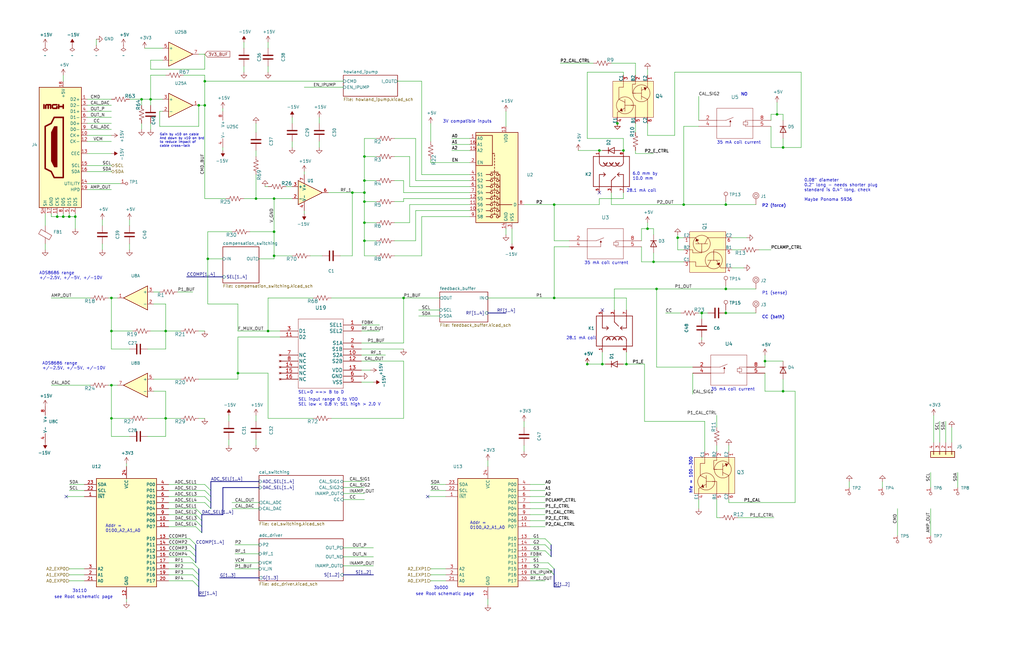
<source format=kicad_sch>
(kicad_sch (version 20211123) (generator eeschema)
  (paper "USLedger")
  (title_block (title "Bath/Guard Clamp") (date "2021-04-06") (rev "1") (company "UST Electrical Instrumentation"))
  (junction (at 87.63 109.22))
  (junction (at 285.75 100.33))
  (junction (at 306.07 86.36))
  (junction (at 153.67 76.2))
  (junction (at 330.2 165.1))
  (junction (at 59.69 41.91))
  (junction (at 170.18 125.73))
  (junction (at 322.58 152.4))
  (junction (at 46.99 176.53))
  (junction (at 276.86 121.92))
  (junction (at 254 153.67))
  (junction (at 153.67 81.28))
  (junction (at 327.66 48.26))
  (junction (at 115.57 97.79))
  (junction (at 153.67 101.6))
  (junction (at 273.05 96.52))
  (junction (at 115.57 107.95))
  (junction (at 83.82 44.45))
  (junction (at 233.68 86.36))
  (junction (at 260.35 52.07))
  (junction (at 29.21 91.44))
  (junction (at 153.67 93.98))
  (junction (at 262.89 63.5))
  (junction (at 288.29 86.36))
  (junction (at 113.03 139.7))
  (junction (at 264.16 153.67))
  (junction (at 86.36 34.29))
  (junction (at 69.85 176.53))
  (junction (at 46.99 139.7))
  (junction (at 306.07 132.08))
  (junction (at 63.5 41.91))
  (junction (at 86.36 44.45))
  (junction (at 233.68 125.73))
  (junction (at 153.67 85.09))
  (junction (at 330.2 62.23))
  (junction (at 31.75 91.44))
  (junction (at 107.95 83.82))
  (junction (at 100.33 157.48))
  (junction (at 306.07 121.92))
  (junction (at 275.59 110.49))
  (junction (at 295.91 132.08))
  (junction (at 26.67 91.44))
  (junction (at 247.65 153.67))
  (junction (at 69.85 139.7))
  (junction (at 115.57 83.82))
  (junction (at 153.67 66.04))
  (junction (at 148.59 81.28))
  (junction (at 252.73 63.5))
  (junction (at 46.99 125.73))
  (junction (at 24.13 91.44))
  (junction (at 46.99 162.56))
  (no_connect (at 254 130.81))
  (no_connect (at 180.34 209.55))
  (no_connect (at 27.94 209.55))
  (no_connect (at 252.73 81.28))
  (bus_entry (at 80.01 229.87) (size 2.54 2.54))
  (bus_entry (at 231.14 237.49) (size 2.54 2.54))
  (bus_entry (at 82.55 222.25) (size 2.54 2.54))
  (bus_entry (at 82.55 214.63) (size 2.54 2.54))
  (bus_entry (at 229.87 232.41) (size 2.54 2.54))
  (bus_entry (at 86.36 207.01) (size 2.54 2.54))
  (bus_entry (at 80.01 227.33) (size 2.54 2.54))
  (bus_entry (at 86.36 212.09) (size 2.54 2.54))
  (bus_entry (at 80.01 234.95) (size 2.54 2.54))
  (bus_entry (at 81.28 245.11) (size 2.54 2.54))
  (bus_entry (at 80.01 232.41) (size 2.54 2.54))
  (bus_entry (at 229.87 229.87) (size 2.54 2.54))
  (bus_entry (at 229.87 227.33) (size 2.54 2.54))
  (bus_entry (at 231.14 240.03) (size 2.54 2.54))
  (bus_entry (at 81.28 237.49) (size 2.54 2.54))
  (bus_entry (at 86.36 209.55) (size 2.54 2.54))
  (bus_entry (at 86.36 204.47) (size 2.54 2.54))
  (bus_entry (at 82.55 219.71) (size 2.54 2.54))
  (bus_entry (at 82.55 217.17) (size 2.54 2.54))
  (bus_entry (at 81.28 240.03) (size 2.54 2.54))
  (bus_entry (at 81.28 242.57) (size 2.54 2.54))
  (wire (pts (xy 36.83 57.15) (xy 46.99 57.15)))
  (wire (pts (xy 19.05 105.41) (xy 19.05 102.87)))
  (wire (pts (xy 158.75 101.6) (xy 153.67 101.6)))
  (wire (pts (xy 267.97 26.67) (xy 267.97 31.75)))
  (wire (pts (xy 264.16 153.67) (xy 264.16 148.59)))
  (wire (pts (xy 71.12 240.03) (xy 81.28 240.03)))
  (wire (pts (xy 181.61 245.11) (xy 187.96 245.11)))
  (wire (pts (xy 325.12 53.34) (xy 325.12 62.23)))
  (wire (pts (xy 292.1 157.48) (xy 292.1 166.37)))
  (wire (pts (xy 153.67 76.2) (xy 153.67 81.28)))
  (wire (pts (xy 19.05 90.17) (xy 19.05 95.25)))
  (bus (pts (xy 88.9 203.2) (xy 109.22 203.2)))
  (wire (pts (xy 105.41 97.79) (xy 115.57 97.79)))
  (wire (pts (xy 187.96 209.55) (xy 180.34 209.55)))
  (wire (pts (xy 102.87 83.82) (xy 107.95 83.82)))
  (wire (pts (xy 26.67 90.17) (xy 26.67 91.44)))
  (wire (pts (xy 294.64 132.08) (xy 295.91 132.08)))
  (wire (pts (xy 185.42 125.73) (xy 170.18 125.73)))
  (wire (pts (xy 223.52 219.71) (xy 229.87 219.71)))
  (wire (pts (xy 53.34 252.73) (xy 53.34 254)))
  (wire (pts (xy 330.2 50.8) (xy 330.2 48.26)))
  (wire (pts (xy 252.73 83.82) (xy 262.89 83.82)))
  (wire (pts (xy 166.37 85.09) (xy 170.18 85.09)))
  (wire (pts (xy 123.19 62.23) (xy 123.19 59.69)))
  (wire (pts (xy 306.07 121.92) (xy 318.77 121.92)))
  (wire (pts (xy 45.72 162.56) (xy 46.99 162.56)))
  (wire (pts (xy 69.85 128.27) (xy 64.77 128.27)))
  (wire (pts (xy 63.5 54.61) (xy 63.5 52.07)))
  (bus (pts (xy 83.82 251.46) (xy 86.36 251.46)))
  (wire (pts (xy 233.68 104.14) (xy 233.68 125.73)))
  (wire (pts (xy 198.12 58.42) (xy 190.5 58.42)))
  (wire (pts (xy 280.67 132.08) (xy 287.02 132.08)))
  (wire (pts (xy 74.93 123.19) (xy 81.28 123.19)))
  (wire (pts (xy 71.12 232.41) (xy 80.01 232.41)))
  (wire (pts (xy 54.61 41.91) (xy 59.69 41.91)))
  (wire (pts (xy 55.88 139.7) (xy 46.99 139.7)))
  (wire (pts (xy 71.12 229.87) (xy 80.01 229.87)))
  (wire (pts (xy 71.12 242.57) (xy 81.28 242.57)))
  (wire (pts (xy 46.99 125.73) (xy 49.53 125.73)))
  (wire (pts (xy 128.27 88.9) (xy 128.27 90.17)))
  (wire (pts (xy 166.37 66.04) (xy 172.72 66.04)))
  (wire (pts (xy 45.72 125.73) (xy 46.99 125.73)))
  (wire (pts (xy 273.05 29.21) (xy 273.05 31.75)))
  (bus (pts (xy 82.55 232.41) (xy 82.55 234.95)))
  (wire (pts (xy 223.52 204.47) (xy 229.87 204.47)))
  (bus (pts (xy 93.98 205.74) (xy 109.22 205.74)))
  (wire (pts (xy 69.85 176.53) (xy 76.2 176.53)))
  (wire (pts (xy 113.03 157.48) (xy 100.33 157.48)))
  (wire (pts (xy 392.43 205.74) (xy 392.43 199.39)))
  (wire (pts (xy 29.21 240.03) (xy 35.56 240.03)))
  (wire (pts (xy 302.26 218.44) (xy 303.53 218.44)))
  (wire (pts (xy 306.07 132.08) (xy 318.77 132.08)))
  (wire (pts (xy 132.08 125.73) (xy 113.03 125.73)))
  (wire (pts (xy 158.75 93.98) (xy 153.67 93.98)))
  (bus (pts (xy 93.98 217.17) (xy 93.98 205.74)))
  (wire (pts (xy 86.36 83.82) (xy 95.25 83.82)))
  (wire (pts (xy 54.61 184.15) (xy 46.99 184.15)))
  (wire (pts (xy 187.96 204.47) (xy 181.61 204.47)))
  (wire (pts (xy 107.95 177.8) (xy 107.95 175.26)))
  (wire (pts (xy 46.99 184.15) (xy 46.99 176.53)))
  (wire (pts (xy 96.52 187.96) (xy 96.52 185.42)))
  (wire (pts (xy 132.08 176.53) (xy 113.03 176.53)))
  (wire (pts (xy 71.12 207.01) (xy 86.36 207.01)))
  (wire (pts (xy 175.26 76.2) (xy 198.12 76.2)))
  (wire (pts (xy 36.83 80.01) (xy 46.99 80.01)))
  (wire (pts (xy 87.63 109.22) (xy 93.98 109.22)))
  (wire (pts (xy 275.59 96.52) (xy 275.59 99.06)))
  (wire (pts (xy 308.61 113.03) (xy 313.69 113.03)))
  (wire (pts (xy 153.67 101.6) (xy 153.67 107.95)))
  (wire (pts (xy 152.4 152.4) (xy 170.18 152.4)))
  (wire (pts (xy 223.52 212.09) (xy 229.87 212.09)))
  (wire (pts (xy 267.97 64.77) (xy 275.59 64.77)))
  (wire (pts (xy 297.18 190.5) (xy 297.18 177.8)))
  (wire (pts (xy 120.65 78.74) (xy 123.19 78.74)))
  (wire (pts (xy 68.58 46.99) (xy 67.31 46.99)))
  (wire (pts (xy 86.36 31.75) (xy 86.36 34.29)))
  (wire (pts (xy 198.12 63.5) (xy 190.5 63.5)))
  (wire (pts (xy 181.61 68.58) (xy 198.12 68.58)))
  (wire (pts (xy 113.03 125.73) (xy 113.03 139.7)))
  (wire (pts (xy 86.36 44.45) (xy 86.36 83.82)))
  (wire (pts (xy 273.05 96.52) (xy 275.59 96.52)))
  (wire (pts (xy 172.72 93.98) (xy 172.72 86.36)))
  (wire (pts (xy 46.99 147.32) (xy 46.99 139.7)))
  (wire (pts (xy 181.61 240.03) (xy 187.96 240.03)))
  (wire (pts (xy 284.48 30.48) (xy 337.82 30.48)))
  (wire (pts (xy 223.52 217.17) (xy 229.87 217.17)))
  (wire (pts (xy 205.74 196.85) (xy 205.74 194.31)))
  (wire (pts (xy 86.36 34.29) (xy 86.36 44.45)))
  (wire (pts (xy 308.61 105.41) (xy 312.42 105.41)))
  (wire (pts (xy 53.34 196.85) (xy 53.34 195.58)))
  (wire (pts (xy 152.4 137.16) (xy 160.02 137.16)))
  (wire (pts (xy 138.43 81.28) (xy 148.59 81.28)))
  (wire (pts (xy 156.21 156.21) (xy 152.4 156.21)))
  (wire (pts (xy 285.75 105.41) (xy 285.75 100.33)))
  (wire (pts (xy 205.74 255.27) (xy 205.74 252.73)))
  (wire (pts (xy 306.07 130.81) (xy 306.07 132.08)))
  (wire (pts (xy 109.22 237.49) (xy 99.06 237.49)))
  (wire (pts (xy 134.62 52.07) (xy 134.62 49.53)))
  (wire (pts (xy 295.91 132.08) (xy 298.45 132.08)))
  (wire (pts (xy 152.4 139.7) (xy 160.02 139.7)))
  (wire (pts (xy 35.56 204.47) (xy 29.21 204.47)))
  (wire (pts (xy 358.14 205.74) (xy 358.14 203.2)))
  (wire (pts (xy 128.27 72.39) (xy 128.27 73.66)))
  (wire (pts (xy 247.65 58.42) (xy 247.65 30.48)))
  (wire (pts (xy 87.63 97.79) (xy 97.79 97.79)))
  (wire (pts (xy 322.58 152.4) (xy 330.2 152.4)))
  (wire (pts (xy 302.26 175.26) (xy 302.26 180.34)))
  (wire (pts (xy 223.52 237.49) (xy 231.14 237.49)))
  (wire (pts (xy 107.95 83.82) (xy 115.57 83.82)))
  (wire (pts (xy 83.82 160.02) (xy 100.33 160.02)))
  (wire (pts (xy 322.58 149.86) (xy 322.58 152.4)))
  (wire (pts (xy 107.95 187.96) (xy 107.95 185.42)))
  (wire (pts (xy 29.21 90.17) (xy 29.21 91.44)))
  (wire (pts (xy 223.52 232.41) (xy 229.87 232.41)))
  (wire (pts (xy 100.33 139.7) (xy 100.33 128.27)))
  (wire (pts (xy 109.22 229.87) (xy 99.06 229.87)))
  (wire (pts (xy 276.86 121.92) (xy 306.07 121.92)))
  (wire (pts (xy 170.18 83.82) (xy 198.12 83.82)))
  (wire (pts (xy 153.67 85.09) (xy 153.67 93.98)))
  (wire (pts (xy 26.67 34.29) (xy 26.67 31.75)))
  (wire (pts (xy 181.61 67.31) (xy 181.61 68.58)))
  (wire (pts (xy 257.81 26.67) (xy 267.97 26.67)))
  (wire (pts (xy 36.83 59.69) (xy 46.99 59.69)))
  (wire (pts (xy 63.5 29.21) (xy 86.36 29.21)))
  (wire (pts (xy 36.83 49.53) (xy 46.99 49.53)))
  (wire (pts (xy 273.05 57.15) (xy 284.48 57.15)))
  (bus (pts (xy 93.98 217.17) (xy 85.09 217.17)))
  (wire (pts (xy 330.2 165.1) (xy 330.2 160.02)))
  (wire (pts (xy 247.65 30.48) (xy 262.89 30.48)))
  (wire (pts (xy 264.16 153.67) (xy 271.78 153.67)))
  (wire (pts (xy 223.52 240.03) (xy 231.14 240.03)))
  (wire (pts (xy 134.62 62.23) (xy 134.62 59.69)))
  (wire (pts (xy 181.61 52.07) (xy 181.61 59.69)))
  (wire (pts (xy 255.27 153.67) (xy 254 153.67)))
  (wire (pts (xy 223.52 209.55) (xy 229.87 209.55)))
  (wire (pts (xy 21.59 125.73) (xy 38.1 125.73)))
  (wire (pts (xy 93.98 46.99) (xy 93.98 45.72)))
  (bus (pts (xy 88.9 203.2) (xy 88.9 207.01)))
  (bus (pts (xy 93.98 116.84) (xy 78.74 116.84)))
  (wire (pts (xy 100.33 157.48) (xy 100.33 160.02)))
  (wire (pts (xy 330.2 62.23) (xy 330.2 58.42)))
  (wire (pts (xy 102.87 30.48) (xy 102.87 27.94)))
  (wire (pts (xy 26.67 91.44) (xy 29.21 91.44)))
  (wire (pts (xy 335.28 165.1) (xy 330.2 165.1)))
  (wire (pts (xy 166.37 93.98) (xy 172.72 93.98)))
  (wire (pts (xy 172.72 86.36) (xy 198.12 86.36)))
  (wire (pts (xy 69.85 184.15) (xy 69.85 176.53)))
  (wire (pts (xy 185.42 130.81) (xy 176.53 130.81)))
  (wire (pts (xy 166.37 101.6) (xy 175.26 101.6)))
  (wire (pts (xy 307.34 190.5) (xy 307.34 187.96)))
  (wire (pts (xy 118.11 142.24) (xy 100.33 142.24)))
  (wire (pts (xy 71.12 204.47) (xy 86.36 204.47)))
  (wire (pts (xy 213.36 46.99) (xy 213.36 53.34)))
  (wire (pts (xy 144.78 208.28) (xy 153.67 208.28)))
  (wire (pts (xy 223.52 242.57) (xy 229.87 242.57)))
  (wire (pts (xy 302.26 187.96) (xy 302.26 190.5)))
  (wire (pts (xy 177.8 34.29) (xy 177.8 73.66)))
  (wire (pts (xy 398.78 186.69) (xy 398.78 177.8)))
  (wire (pts (xy 86.36 29.21) (xy 86.36 22.86)))
  (wire (pts (xy 306.07 86.36) (xy 318.77 86.36)))
  (wire (pts (xy 153.67 93.98) (xy 153.67 101.6)))
  (wire (pts (xy 109.22 240.03) (xy 99.06 240.03)))
  (wire (pts (xy 63.5 25.4) (xy 63.5 29.21)))
  (wire (pts (xy 223.52 245.11) (xy 229.87 245.11)))
  (wire (pts (xy 262.89 58.42) (xy 247.65 58.42)))
  (wire (pts (xy 71.12 212.09) (xy 86.36 212.09)))
  (wire (pts (xy 267.97 63.5) (xy 267.97 64.77)))
  (wire (pts (xy 259.08 121.92) (xy 276.86 121.92)))
  (wire (pts (xy 172.72 66.04) (xy 172.72 78.74)))
  (wire (pts (xy 223.52 227.33) (xy 229.87 227.33)))
  (wire (pts (xy 158.75 85.09) (xy 153.67 85.09)))
  (wire (pts (xy 36.83 46.99) (xy 46.99 46.99)))
  (wire (pts (xy 262.89 153.67) (xy 264.16 153.67)))
  (wire (pts (xy 54.61 147.32) (xy 46.99 147.32)))
  (wire (pts (xy 36.83 72.39) (xy 46.99 72.39)))
  (wire (pts (xy 311.15 218.44) (xy 326.39 218.44)))
  (wire (pts (xy 294.64 53.34) (xy 288.29 53.34)))
  (wire (pts (xy 144.78 234.95) (xy 157.48 234.95)))
  (wire (pts (xy 76.2 160.02) (xy 64.77 160.02)))
  (wire (pts (xy 100.33 128.27) (xy 87.63 128.27)))
  (wire (pts (xy 262.89 83.82) (xy 262.89 81.28)))
  (wire (pts (xy 130.81 107.95) (xy 135.89 107.95)))
  (wire (pts (xy 337.82 30.48) (xy 337.82 62.23)))
  (wire (pts (xy 233.68 125.73) (xy 264.16 125.73)))
  (wire (pts (xy 69.85 165.1) (xy 64.77 165.1)))
  (wire (pts (xy 223.52 214.63) (xy 229.87 214.63)))
  (wire (pts (xy 240.03 101.6) (xy 233.68 101.6)))
  (bus (pts (xy 85.09 219.71) (xy 85.09 222.25)))
  (wire (pts (xy 67.31 53.34) (xy 83.82 53.34)))
  (wire (pts (xy 175.26 58.42) (xy 175.26 76.2)))
  (wire (pts (xy 63.5 41.91) (xy 63.5 31.75)))
  (bus (pts (xy 85.09 222.25) (xy 85.09 224.79)))
  (wire (pts (xy 175.26 101.6) (xy 175.26 88.9)))
  (wire (pts (xy 31.75 90.17) (xy 31.75 91.44)))
  (wire (pts (xy 284.48 57.15) (xy 284.48 30.48)))
  (wire (pts (xy 69.85 139.7) (xy 76.2 139.7)))
  (wire (pts (xy 107.95 73.66) (xy 107.95 83.82)))
  (wire (pts (xy 54.61 176.53) (xy 46.99 176.53)))
  (wire (pts (xy 148.59 81.28) (xy 153.67 81.28)))
  (wire (pts (xy 43.18 105.41) (xy 43.18 102.87)))
  (wire (pts (xy 275.59 110.49) (xy 275.59 106.68)))
  (wire (pts (xy 393.7 186.69) (xy 393.7 175.26)))
  (wire (pts (xy 378.46 226.06) (xy 378.46 214.63)))
  (wire (pts (xy 153.67 58.42) (xy 153.67 66.04)))
  (wire (pts (xy 62.23 147.32) (xy 69.85 147.32)))
  (wire (pts (xy 152.4 147.32) (xy 170.18 147.32)))
  (wire (pts (xy 36.83 52.07) (xy 46.99 52.07)))
  (wire (pts (xy 63.5 139.7) (xy 69.85 139.7)))
  (wire (pts (xy 259.08 130.81) (xy 259.08 121.92)))
  (wire (pts (xy 63.5 41.91) (xy 68.58 41.91)))
  (wire (pts (xy 43.18 95.25) (xy 43.18 92.71)))
  (wire (pts (xy 64.77 123.19) (xy 67.31 123.19)))
  (wire (pts (xy 97.79 212.09) (xy 109.22 212.09)))
  (wire (pts (xy 148.59 81.28) (xy 148.59 107.95)))
  (wire (pts (xy 294.64 50.8) (xy 294.64 40.64)))
  (wire (pts (xy 36.83 41.91) (xy 46.99 41.91)))
  (wire (pts (xy 185.42 133.35) (xy 176.53 133.35)))
  (wire (pts (xy 307.34 212.09) (xy 335.28 212.09)))
  (wire (pts (xy 166.37 76.2) (xy 170.18 76.2)))
  (bus (pts (xy 92.71 243.84) (xy 109.22 243.84)))
  (wire (pts (xy 337.82 62.23) (xy 330.2 62.23)))
  (wire (pts (xy 285.75 99.06) (xy 285.75 100.33)))
  (wire (pts (xy 223.52 207.01) (xy 229.87 207.01)))
  (bus (pts (xy 205.74 132.08) (xy 213.36 132.08)))
  (wire (pts (xy 264.16 125.73) (xy 264.16 130.81)))
  (wire (pts (xy 109.22 233.68) (xy 99.06 233.68)))
  (wire (pts (xy 123.19 107.95) (xy 115.57 107.95)))
  (bus (pts (xy 233.68 240.03) (xy 233.68 242.57)))
  (wire (pts (xy 170.18 125.73) (xy 170.18 144.78)))
  (wire (pts (xy 273.05 52.07) (xy 273.05 57.15)))
  (wire (pts (xy 54.61 105.41) (xy 54.61 102.87)))
  (wire (pts (xy 59.69 44.45) (xy 59.69 41.91)))
  (bus (pts (xy 83.82 247.65) (xy 83.82 251.46)))
  (wire (pts (xy 372.11 205.74) (xy 372.11 203.2)))
  (wire (pts (xy 83.82 22.86) (xy 86.36 22.86)))
  (wire (pts (xy 220.98 190.5) (xy 220.98 187.96)))
  (wire (pts (xy 152.4 149.86) (xy 162.56 149.86)))
  (wire (pts (xy 29.21 242.57) (xy 35.56 242.57)))
  (wire (pts (xy 144.78 210.82) (xy 153.67 210.82)))
  (wire (pts (xy 233.68 101.6) (xy 233.68 86.36)))
  (wire (pts (xy 113.03 30.48) (xy 113.03 27.94)))
  (wire (pts (xy 295.91 143.51) (xy 295.91 142.24)))
  (wire (pts (xy 252.73 63.5) (xy 254 63.5)))
  (bus (pts (xy 83.82 245.11) (xy 83.82 247.65)))
  (wire (pts (xy 270.51 101.6) (xy 270.51 96.52)))
  (wire (pts (xy 403.86 205.74) (xy 403.86 199.39)))
  (wire (pts (xy 254 153.67) (xy 254 148.59)))
  (wire (pts (xy 297.18 177.8) (xy 271.78 177.8)))
  (wire (pts (xy 63.5 31.75) (xy 69.85 31.75)))
  (wire (pts (xy 71.12 219.71) (xy 82.55 219.71)))
  (wire (pts (xy 213.36 99.06) (xy 213.36 96.52)))
  (wire (pts (xy 87.63 128.27) (xy 87.63 109.22)))
  (wire (pts (xy 29.21 207.01) (xy 35.56 207.01)))
  (bus (pts (xy 232.41 229.87) (xy 232.41 232.41)))
  (wire (pts (xy 63.5 44.45) (xy 63.5 41.91)))
  (wire (pts (xy 170.18 85.09) (xy 170.18 83.82)))
  (wire (pts (xy 276.86 154.94) (xy 292.1 154.94)))
  (wire (pts (xy 181.61 242.57) (xy 187.96 242.57)))
  (wire (pts (xy 295.91 134.62) (xy 295.91 132.08)))
  (wire (pts (xy 62.23 184.15) (xy 69.85 184.15)))
  (wire (pts (xy 335.28 165.1) (xy 335.28 212.09)))
  (bus (pts (xy 83.82 240.03) (xy 83.82 242.57)))
  (wire (pts (xy 158.75 76.2) (xy 153.67 76.2)))
  (wire (pts (xy 262.89 63.5) (xy 262.89 58.42)))
  (bus (pts (xy 82.55 229.87) (xy 82.55 232.41)))
  (wire (pts (xy 24.13 91.44) (xy 21.59 91.44)))
  (wire (pts (xy 270.51 104.14) (xy 270.51 110.49)))
  (wire (pts (xy 36.83 44.45) (xy 46.99 44.45)))
  (wire (pts (xy 71.12 227.33) (xy 80.01 227.33)))
  (wire (pts (xy 220.98 180.34) (xy 220.98 177.8)))
  (wire (pts (xy 29.21 91.44) (xy 31.75 91.44)))
  (wire (pts (xy 111.76 78.74) (xy 113.03 78.74)))
  (wire (pts (xy 261.62 63.5) (xy 262.89 63.5)))
  (wire (pts (xy 113.03 176.53) (xy 113.03 157.48)))
  (wire (pts (xy 288.29 53.34) (xy 288.29 86.36)))
  (wire (pts (xy 158.75 107.95) (xy 153.67 107.95)))
  (wire (pts (xy 87.63 97.79) (xy 87.63 109.22)))
  (wire (pts (xy 190.5 60.96) (xy 198.12 60.96)))
  (wire (pts (xy 254 153.67) (xy 247.65 153.67)))
  (wire (pts (xy 276.86 154.94) (xy 276.86 121.92)))
  (wire (pts (xy 36.83 54.61) (xy 46.99 54.61)))
  (wire (pts (xy 100.33 142.24) (xy 100.33 157.48)))
  (wire (pts (xy 167.64 34.29) (xy 177.8 34.29)))
  (wire (pts (xy 107.95 52.07) (xy 107.95 55.88)))
  (wire (pts (xy 170.18 76.2) (xy 170.18 81.28)))
  (wire (pts (xy 236.22 26.67) (xy 250.19 26.67)))
  (wire (pts (xy 54.61 95.25) (xy 54.61 92.71)))
  (wire (pts (xy 270.51 110.49) (xy 275.59 110.49)))
  (wire (pts (xy 257.81 86.36) (xy 257.81 81.28)))
  (wire (pts (xy 252.73 86.36) (xy 252.73 83.82)))
  (wire (pts (xy 46.99 162.56) (xy 49.53 162.56)))
  (wire (pts (xy 327.66 48.26) (xy 325.12 48.26)))
  (wire (pts (xy 144.78 238.76) (xy 157.48 238.76)))
  (bus (pts (xy 83.82 242.57) (xy 83.82 245.11)))
  (wire (pts (xy 46.99 176.53) (xy 46.99 162.56)))
  (wire (pts (xy 144.78 231.14) (xy 157.48 231.14)))
  (wire (pts (xy 223.52 229.87) (xy 229.87 229.87)))
  (wire (pts (xy 115.57 107.95) (xy 115.57 109.22)))
  (wire (pts (xy 144.78 36.83) (xy 128.27 36.83)))
  (wire (pts (xy 325.12 62.23) (xy 330.2 62.23)))
  (wire (pts (xy 322.58 154.94) (xy 322.58 152.4)))
  (wire (pts (xy 166.37 58.42) (xy 175.26 58.42)))
  (wire (pts (xy 93.98 63.5) (xy 93.98 62.23)))
  (wire (pts (xy 273.05 93.98) (xy 273.05 96.52)))
  (wire (pts (xy 270.51 96.52) (xy 273.05 96.52)))
  (wire (pts (xy 322.58 165.1) (xy 330.2 165.1)))
  (wire (pts (xy 31.75 96.52) (xy 31.75 91.44)))
  (wire (pts (xy 115.57 97.79) (xy 115.57 107.95)))
  (wire (pts (xy 71.12 209.55) (xy 86.36 209.55)))
  (wire (pts (xy 21.59 90.17) (xy 21.59 91.44)))
  (wire (pts (xy 177.8 91.44) (xy 198.12 91.44)))
  (wire (pts (xy 71.12 214.63) (xy 82.55 214.63)))
  (wire (pts (xy 158.75 58.42) (xy 153.67 58.42)))
  (wire (pts (xy 102.87 20.32) (xy 102.87 17.78)))
  (wire (pts (xy 166.37 107.95) (xy 177.8 107.95)))
  (wire (pts (xy 144.78 205.74) (xy 153.67 205.74)))
  (wire (pts (xy 71.12 217.17) (xy 82.55 217.17)))
  (wire (pts (xy 69.85 165.1) (xy 69.85 176.53)))
  (wire (pts (xy 288.29 110.49) (xy 275.59 110.49)))
  (bus (pts (xy 233.68 242.57) (xy 233.68 247.65)))
  (wire (pts (xy 83.82 44.45) (xy 86.36 44.45)))
  (wire (pts (xy 170.18 81.28) (xy 198.12 81.28)))
  (wire (pts (xy 60.96 20.32) (xy 68.58 20.32)))
  (wire (pts (xy 307.34 210.82) (xy 307.34 212.09)))
  (bus (pts (xy 88.9 209.55) (xy 88.9 212.09)))
  (wire (pts (xy 83.82 139.7) (xy 86.36 139.7)))
  (wire (pts (xy 294.64 214.63) (xy 294.64 210.82)))
  (wire (pts (xy 109.22 109.22) (xy 115.57 109.22)))
  (wire (pts (xy 139.7 125.73) (xy 170.18 125.73)))
  (wire (pts (xy 26.67 91.44) (xy 24.13 91.44)))
  (bus (pts (xy 232.41 232.41) (xy 232.41 234.95)))
  (bus (pts (xy 85.09 217.17) (xy 85.09 219.71)))
  (wire (pts (xy 29.21 245.11) (xy 35.56 245.11)))
  (wire (pts (xy 320.04 105.41) (xy 325.12 105.41)))
  (wire (pts (xy 205.74 125.73) (xy 233.68 125.73)))
  (wire (pts (xy 63.5 25.4) (xy 68.58 25.4)))
  (wire (pts (xy 118.11 139.7) (xy 113.03 139.7)))
  (wire (pts (xy 271.78 177.8) (xy 271.78 153.67)))
  (wire (pts (xy 175.26 88.9) (xy 198.12 88.9)))
  (wire (pts (xy 392.43 226.06) (xy 392.43 214.63)))
  (wire (pts (xy 327.66 43.18) (xy 327.66 48.26)))
  (bus (pts (xy 144.78 242.57) (xy 157.48 242.57)))
  (wire (pts (xy 158.75 66.04) (xy 153.67 66.04)))
  (wire (pts (xy 157.48 161.29) (xy 152.4 161.29)))
  (wire (pts (xy 177.8 73.66) (xy 198.12 73.66)))
  (wire (pts (xy 67.31 46.99) (xy 67.31 53.34)))
  (wire (pts (xy 262.89 30.48) (xy 262.89 31.75)))
  (wire (pts (xy 123.19 52.07) (xy 123.19 49.53)))
  (wire (pts (xy 71.12 245.11) (xy 81.28 245.11)))
  (wire (pts (xy 115.57 83.82) (xy 115.57 97.79)))
  (wire (pts (xy 223.52 234.95) (xy 227.33 234.95)))
  (wire (pts (xy 109.22 214.63) (xy 97.79 214.63)))
  (wire (pts (xy 170.18 176.53) (xy 170.18 152.4)))
  (wire (pts (xy 233.68 86.36) (xy 252.73 86.36)))
  (wire (pts (xy 69.85 147.32) (xy 69.85 139.7)))
  (wire (pts (xy 139.7 176.53) (xy 170.18 176.53)))
  (wire (pts (xy 62.23 176.53) (xy 69.85 176.53)))
  (wire (pts (xy 153.67 66.04) (xy 153.67 76.2)))
  (wire (pts (xy 96.52 177.8) (xy 96.52 175.26)))
  (wire (pts (xy 177.8 107.95) (xy 177.8 91.44)))
  (wire (pts (xy 83.82 176.53) (xy 86.36 176.53)))
  (wire (pts (xy 35.56 209.55) (xy 27.94 209.55)))
  (wire (pts (xy 143.51 107.95) (xy 148.59 107.95)))
  (wire (pts (xy 243.84 63.5) (xy 252.73 63.5)))
  (wire (pts (xy 233.68 104.14) (xy 240.03 104.14)))
  (wire (pts (xy 46.99 139.7) (xy 46.99 125.73)))
  (wire (pts (xy 107.95 66.04) (xy 107.95 63.5)))
  (wire (pts (xy 36.83 69.85) (xy 46.99 69.85)))
  (wire (pts (xy 223.52 222.25) (xy 229.87 222.25)))
  (bus (pts (xy 88.9 212.09) (xy 88.9 214.63)))
  (wire (pts (xy 401.32 180.34) (xy 401.32 186.69)))
  (wire (pts (xy 285.75 105.41) (xy 288.29 105.41)))
  (wire (pts (xy 308.61 100.33) (xy 314.96 100.33)))
  (wire (pts (xy 152.4 144.78) (xy 170.18 144.78)))
  (bus (pts (xy 233.68 247.65) (xy 236.22 247.65)))
  (wire (pts (xy 69.85 128.27) (xy 69.85 139.7)))
  (wire (pts (xy 123.19 83.82) (xy 115.57 83.82)))
  (wire (pts (xy 21.59 162.56) (xy 38.1 162.56)))
  (wire (pts (xy 71.12 234.95) (xy 80.01 234.95)))
  (wire (pts (xy 113.03 20.32) (xy 113.03 17.78)))
  (wire (pts (xy 24.13 90.17) (xy 24.13 91.44)))
  (wire (pts (xy 330.2 48.26) (xy 327.66 48.26)))
  (bus (pts (xy 82.55 234.95) (xy 82.55 237.49)))
  (wire (pts (xy 113.03 139.7) (xy 100.33 139.7)))
  (wire (pts (xy 285.75 100.33) (xy 288.29 100.33)))
  (wire (pts (xy 59.69 54.61) (xy 59.69 52.07)))
  (wire (pts (xy 267.97 52.07) (xy 267.97 55.88)))
  (wire (pts (xy 396.24 186.69) (xy 396.24 177.8)))
  (wire (pts (xy 181.61 207.01) (xy 187.96 207.01)))
  (wire (pts (xy 144.78 203.2) (xy 153.67 203.2)))
  (wire (pts (xy 36.83 77.47) (xy 50.8 77.47)))
  (wire (pts (xy 215.9 96.52) (xy 215.9 102.87)))
  (wire (pts (xy 306.07 120.65) (xy 306.07 121.92)))
  (wire (pts (xy 71.12 237.49) (xy 81.28 237.49)))
  (wire (pts (xy 71.12 222.25) (xy 82.55 222.25)))
  (wire (pts (xy 288.29 86.36) (xy 306.07 86.36)))
  (bus (pts (xy 88.9 207.01) (xy 88.9 209.55)))
  (wire (pts (xy 220.98 86.36) (xy 233.68 86.36)))
  (wire (pts (xy 36.83 64.77) (xy 46.99 64.77)))
  (wire (pts (xy 302.26 218.44) (xy 302.26 210.82)))
  (wire (pts (xy 59.69 41.91) (xy 63.5 41.91)))
  (wire (pts (xy 172.72 78.74) (xy 198.12 78.74)))
  (wire (pts (xy 306.07 85.09) (xy 306.07 86.36)))
  (wire (pts (xy 40.64 19.05) (xy 40.64 16.51)))
  (wire (pts (xy 325.12 48.26) (xy 325.12 50.8)))
  (wire (pts (xy 83.82 44.45) (xy 83.82 53.34)))
  (wire (pts (xy 77.47 31.75) (xy 86.36 31.75)))
  (wire (pts (xy 153.67 81.28) (xy 153.67 85.09)))
  (wire (pts (xy 257.81 86.36) (xy 288.29 86.36)))
  (wire (pts (xy 322.58 157.48) (xy 322.58 165.1)))
  (wire (pts (xy 86.36 34.29) (xy 144.78 34.29)))
  (text "SEL=0 ==> B to D" (at 125.73 166.37 0) (effects (font (size 1.27 1.27)) (justify left bottom)))
  (text "CC (bath)" (at 321.31 134.62 0) (effects (font (size 1.27 1.27)) (justify left bottom)))
  (text "Gain by x10 on cable\nAnd down by x10 on brd\nto reduce impact of \ncable cross-talk" (at 67.31 62.23 0) (effects (font (size 0.9906 0.9906)) (justify left bottom)))
  (text "35 mA coil current" (at 246.38 111.76 0) (effects (font (size 1.27 1.27)) (justify left bottom)))
  (text "CC (bath)" (at 321.31 134.62 0) (effects (font (size 1.27 1.27)) (justify left bottom)))
  (text "3V compatible inputs" (at 186.69 52.07 0) (effects (font (size 1.27 1.27)) (justify left bottom)))
  (text "NO" (at 312.42 40.64 0) (effects (font (size 1.27 1.27)) (justify left bottom)))
  (text "SEL input range 0 to VDD\nSEL low < 0.8 V; SEL high > 2.0 V" (at 125.73 171.45 0) (effects (font (size 1.27 1.27)) (justify left bottom)))
  (text "28.1 mA coil" (at 264.16 81.28 0) (effects (font (size 1.27 1.27)) (justify left bottom)))
  (text "P1 (sense)" (at 321.31 124.46 0) (effects (font (size 1.27 1.27)) (justify left bottom)))
  (text "28.1 mA coil" (at 238.76 143.51 0) (effects (font (size 1.27 1.27)) (justify left bottom)))
  (text "3b110" (at 30.48 250.19 0) (effects (font (size 1.27 1.27)) (justify left bottom)))
  (text "6.0 mm by \n10.0 mm" (at 266.7 76.2 0) (effects (font (size 1.27 1.27)) (justify left bottom)))
  (text "ADS8686 range\n +/-2.5V, +/-5V, +/-10V" (at 17.78 156.21 0) (effects (font (size 1.27 1.27)) (justify left bottom)))
  (text "P2 (force)" (at 321.31 87.63 0) (effects (font (size 1.27 1.27)) (justify left bottom)))
  (text "see Root schematic page" (at 175.26 251.46 0) (effects (font (size 1.27 1.27)) (justify left bottom)))
  (text "0.08” diameter\n0.2” long - needs shorter plug\nstandard is 0.4” long, check\n\nMaybe Ponoma 5936" (at 339.09 85.09 0) (effects (font (size 1.27 1.27)) (justify left bottom)))
  (text "hfe = 100-300" (at 292.1 208.28 90) (effects (font (size 1.27 1.27)) (justify left bottom)))
  (text "see Root schematic page" (at 22.86 252.73 0) (effects (font (size 1.27 1.27)) (justify left bottom)))
  (text "ADS8686 range\n +/-2.5V, +/-5V, +/-10V" (at 16.51 118.11 0) (effects (font (size 1.27 1.27)) (justify left bottom)))
  (text "3b000" (at 182.88 248.92 0) (effects (font (size 1.27 1.27)) (justify left bottom)))
  (text "NO" (at 312.42 40.64 0) (effects (font (size 1.27 1.27)) (justify left bottom)))
  (text "Addr = \n0100_A2_A1_A0" (at 198.12 223.52 0) (effects (font (size 1.27 1.27)) (justify left bottom)))
  (text "35 mA coil current" (at 299.72 165.1 0) (effects (font (size 1.27 1.27)) (justify left bottom)))
  (text "Addr = \n0100_A2_A1_A0" (at 44.45 224.79 0) (effects (font (size 1.27 1.27)) (justify left bottom)))
  (text "P2 (force)" (at 321.31 87.63 0) (effects (font (size 1.27 1.27)) (justify left bottom)))
  (text "hfe = 100-300" (at 292.1 208.28 90) (effects (font (size 1.27 1.27)) (justify left bottom)))
  (text "35 mA coil current" (at 302.26 60.96 0) (effects (font (size 1.27 1.27)) (justify left bottom)))
  (label "G3" (at 224.79 232.41 0))
  (label "PCLAMP_CTRL" (at 229.87 212.09 0))
  (label "AMP_OUT" (at 392.43 224.79 90))
  (label "AMP_OUT" (at 21.59 125.73 0))
  (label "OUT_N" (at 148.59 234.95 0))
  (label "OUT_P" (at 38.1 46.99 0))
  (label "PCLAMP_CTRL" (at 325.12 105.41 0))
  (label "A2" (at 190.5 63.5 0))
  (label "RF_1" (at 156.21 149.86 0))
  (label "P1_CAL_CTRL" (at 302.26 175.26 180))
  (label "OUT_P" (at 148.59 231.14 0))
  (label "SDA" (at 43.18 72.39 0))
  (label "S[1..2]" (at 233.68 247.65 0))
  (label "P1_E" (at 266.7 153.67 0))
  (label "A0" (at 229.87 204.47 0))
  (label "ADC_SEL[1..4]" (at 88.9 203.2 0))
  (label "S1" (at 224.79 237.49 0))
  (label "P2_E_CTRL" (at 229.87 219.71 0))
  (label "EN" (at 190.5 68.58 0))
  (label "PCLAMP_CTRL" (at 229.87 212.09 0))
  (label "A2" (at 229.87 209.55 0))
  (label "CC" (at 39.37 52.07 0))
  (label "P1_CAL_CTRL" (at 229.87 217.17 0))
  (label "EN" (at 190.5 68.58 0))
  (label "ADC_SEL3" (at 73.66 209.55 0))
  (label "DAC_SEL4" (at 73.66 222.25 0))
  (label "V_GND" (at 115.57 93.98 90))
  (label "AMP_OUT" (at 38.1 80.01 0))
  (label "A0" (at 190.5 58.42 0))
  (label "FDBK" (at 223.52 234.95 0))
  (label "SCL" (at 392.43 203.2 90))
  (label "A2" (at 229.87 209.55 0))
  (label "SCL" (at 396.24 181.61 90))
  (label "RF_1" (at 143.51 81.28 0))
  (label "CCOMP[1..4]" (at 78.74 116.84 0))
  (label "EN_IPUMP" (at 223.52 242.57 0))
  (label "CC" (at 280.67 132.08 0))
  (label "CAL_SIG1" (at 147.32 203.2 0))
  (label "P2_OUT" (at 276.86 86.36 0))
  (label "P1_OUT" (at 284.48 121.92 0))
  (label "P2_CAL_CTRL" (at 236.22 26.67 0))
  (label "CAL_SIG1" (at 292.1 166.37 0))
  (label "G2" (at 224.79 229.87 0))
  (label "RF4" (at 73.66 245.11 0))
  (label "OUT_N" (at 38.1 49.53 0))
  (label "CAL_SIG2" (at 294.64 40.64 0))
  (label "P1_E_CTRL" (at 326.39 218.44 180))
  (label "SDA" (at 29.21 204.47 0))
  (label "P1_E" (at 266.7 153.67 0))
  (label "CAL_OUT" (at 99.06 212.09 0))
  (label "SDA" (at 398.78 181.61 90))
  (label "VCM" (at 99.06 237.49 0))
  (label "SDA" (at 403.86 203.2 90))
  (label "CC" (at 147.32 210.82 0))
  (label "CCOMP3" (at 71.12 232.41 0))
  (label "P2" (at 226.06 86.36 0))
  (label "A2" (at 190.5 63.5 0))
  (label "A1" (at 229.87 207.01 0))
  (label "INAMP_OUT" (at 147.32 238.76 0))
  (label "P1" (at 226.06 125.73 0))
  (label "CAL_OUT" (at 153.67 152.4 0))
  (label "SDA" (at 181.61 204.47 0))
  (label "CAL_SIG2" (at 147.32 205.74 0))
  (label "ADC_SEL4" (at 73.66 212.09 0))
  (label "ADC_SEL2" (at 73.66 207.01 0))
  (label "RF1" (at 73.66 237.49 0))
  (label "VCM" (at 39.37 59.69 0))
  (label "P2_CAL_CTRL" (at 229.87 222.25 0))
  (label "SCL" (at 177.8 130.81 0))
  (label "P2" (at 226.06 86.36 0))
  (label "RF[1..4]" (at 83.82 251.46 0))
  (label "RF2" (at 73.66 240.03 0))
  (label "S[1..2]" (at 149.86 242.57 0))
  (label "CCOMP2" (at 71.12 229.87 0))
  (label "EN_IPUMP" (at 132.08 36.83 0))
  (label "DAC_SEL1" (at 73.66 214.63 0))
  (label "S2" (at 224.79 240.03 0))
  (label "P2" (at 99.06 229.87 0))
  (label "P2_CAL_CTRL" (at 229.87 222.25 0))
  (label "P1_CAL" (at 313.69 212.09 0))
  (label "P1_BUF" (at 170.18 125.73 0))
  (label "CMD" (at 38.1 41.91 0))
  (label "P2_CAL_CTRL" (at 236.22 26.67 0))
  (label "P2_E_CTRL" (at 271.78 64.77 0))
  (label "P1_BUF" (at 99.06 240.03 0))
  (label "A0" (at 229.87 204.47 0))
  (label "A0" (at 190.5 58.42 0))
  (label "P1_BUF" (at 154.94 144.78 0))
  (label "CAL_ADC" (at 38.1 54.61 0))
  (label "SDA" (at 177.8 133.35 0))
  (label "RF_1_OUT" (at 152.4 139.7 0))
  (label "DAC_SEL[1..4]" (at 85.09 217.17 0))
  (label "P1_E_CTRL" (at 229.87 214.63 0))
  (label "CAL_ADC" (at 21.59 162.56 0))
  (label "G1" (at 224.79 227.33 0))
  (label "P1_BUF" (at 74.93 123.19 0))
  (label "A1" (at 229.87 207.01 0))
  (label "RF[1..4]" (at 209.55 132.08 0))
  (label "P2_E_CTRL" (at 229.87 219.71 0))
  (label "A1" (at 190.5 60.96 0))
  (label "PCLAMP_CTRL" (at 325.12 105.41 0))
  (label "CMD" (at 378.46 220.98 90))
  (label "P1_CAL" (at 313.69 212.09 0))
  (label "CCOMP4" (at 71.12 234.95 0))
  (label "A1" (at 190.5 60.96 0))
  (label "P1_CAL_CTRL" (at 229.87 217.17 0))
  (label "RF3" (at 73.66 242.57 0))
  (label "DAC_SEL3" (at 73.66 219.71 0))
  (label "SCL" (at 181.61 207.01 0))
  (label "FDBK" (at 152.4 137.16 0))
  (label "INAMP_OUT" (at 147.32 208.28 0))
  (label "G[1..3]" (at 92.71 243.84 0))
  (label "P1_E_CTRL" (at 229.87 214.63 0))
  (label "SCL" (at 29.21 207.01 0))
  (label "CAL_DAC" (at 99.06 214.63 0))
  (label "CCOMP[1..4]" (at 82.55 229.87 0))
  (label "DAC_SEL2" (at 73.66 217.17 0))
  (label "F_MUX_OUT" (at 100.33 139.7 0))
  (label "ADC_SEL1" (at 73.66 204.47 0))
  (label "P2_E_CTRL" (at 271.78 64.77 0))
  (label "SCL" (at 43.18 69.85 0))
  (label "CCOMP1" (at 71.12 227.33 0))
  (label "RF_1" (at 99.06 233.68 0))
  (label "CAL_DAC" (at 38.1 44.45 0))
  (label "RF_1_OUT" (at 223.52 245.11 0))
  (label "CMD_BUF" (at 86.36 73.66 90))
  (global_label "3V3_BUF" (shape input) (at 86.36 22.86 0) (property "Intersheet References" "${INTERSHEET_REFS}" (effects hide)))
  (hierarchical_label "SDA" (shape bidirectional) (at 46.99 72.39 0))
  (hierarchical_label "A1_EXP1" (shape input) (at 181.61 242.57 180))
  (hierarchical_label "A2_EXP0" (shape input) (at 29.21 240.03 180))
  (hierarchical_label "A2_EXP1" (shape input) (at 181.61 240.03 180))
  (hierarchical_label "SCL" (shape bidirectional) (at 46.99 69.85 0))
  (hierarchical_label "A0_EXP0" (shape input) (at 29.21 245.11 180))
  (hierarchical_label "A1_EXP0" (shape input) (at 29.21 242.57 180))
  (hierarchical_label "A0_EXP1" (shape input) (at 181.61 245.11 180))
  (symbol (lib_id "dk_Banana-and-Tip-Connectors-Jacks-Plugs:105-1103-001") (at 318.77 82.55 0) (unit 1)
    (property "Reference" "J1" (at 320.7512 82.8548 0) (effects (justify left)))
    (property "Datasheet" "https://belfuse.com/resources/Johnson/drawings/dr-1051101001.pdf" (effects hide))
    (property "Manf#" "105-1103-001" (effects hide))
    (property "Description" "CONN TIP JACK SOLDER BLACK" (effects hide))
    (property "Manufacturer" "Cinch Connectivity Solutions Johnson" (effects hide))
  )
  (symbol (lib_id "dk_Banana-and-Tip-Connectors-Jacks-Plugs:105-1103-001") (at 318.77 118.11 0) (unit 1)
    (property "Reference" "J2" (at 320.7512 118.4148 0) (effects (justify left)))
    (property "Datasheet" "https://belfuse.com/resources/Johnson/drawings/dr-1051101001.pdf" (effects hide))
    (property "Manf#" "105-1103-001" (effects hide))
    (property "Description" "CONN TIP JACK SOLDER BLACK" (effects hide))
  )
  (symbol (lib_id "Device:D") (at 259.08 153.67 0) (unit 1)
    (property "Reference" "D1" (at 257.9116 151.638 90) (effects (justify left)))
    (property "Datasheet" "http://www.smc-diodes.com/propdf/1N4001FL-1N4007FL%20N1646%20REV.A.pdf" (effects hide))
    (property "Manf#" "1N4007FLTR" (effects hide))
  )
  (symbol (lib_id "covg-kicad:1462042-8") (at 257.81 71.12 270) (unit 1)
    (property "Reference" "K2" (at 249.428 73.5584 90) (effects (justify right)))
    (property "Manf#" "1462042-7" (effects hide))
    (property "Alternate Manf# (footprint diff)" "1462042-8" (effects hide))
  )
  (symbol (lib_id "covg-kicad:1462042-8") (at 259.08 140.97 270) (mirror x) (unit 1)
    (property "Reference" "K1" (at 250.698 138.5316 90) (effects (justify right)))
    (property "Manf#" "1462042-7" (effects hide))
    (property "Alternate Manf# (footprint diff)" "1462042-8" (effects hide))
  )
  (symbol (lib_id "dk_Transistors-Bipolar-BJT-Arrays:MBT3904DW1T1G") (at 302.26 200.66 0) (unit 1)
    (property "Reference" "Q3" (at 310.5912 199.3138 0) (effects (font (size 1.524 1.524)) (justify left)))
    (property "Datasheet" "http://www.onsemi.com/pub/Collateral/MBT3904DW1T1-D.PDF" (effects hide))
    (property "Description" "TRANS 2NPN 40V 0.2A SC88" (effects hide))
    (property "Manf#" "MBT3904DW1T1G" (effects hide))
  )
  (symbol (lib_id "dk_Transistors-Bipolar-BJT-Arrays:MBT3904DW1T1G") (at 298.45 105.41 90) (unit 1)
    (property "Reference" "Q1" (at 297.1038 97.0788 0) (effects (font (size 1.524 1.524)) (justify left)))
    (property "Datasheet" "http://www.onsemi.com/pub/Collateral/MBT3904DW1T1-D.PDF" (effects hide))
    (property "Description" "TRANS 2NPN 40V 0.2A SC88" (effects hide))
    (property "Manf#" "MBT3904DW1T1G" (effects hide))
  )
  (symbol (lib_id "covg-kicad:OPA828") (at 130.81 81.28 0) (unit 1)
    (property "Reference" "U1" (at 129.54 76.2 0) (effects (justify left)))
    (property "Datasheet" "http://www.ti.com/lit/ds/symlink/opa828.pdf" (effects hide))
    (property "Manf#" "OPA828ID" (effects hide))
    (property "Alternate Manf#" "OPA1641AIDR" (effects hide))
    (property "Alternate2 Manf#" "OPA1655DR" (effects hide))
    (property "Alternate3 Manf#" "AD820BRZ" (effects hide))
    (property "Alternate4 Manf#" "ADA4625-1ARDZ-R7" (effects hide))
  )
  (symbol (lib_id "covg-kicad:ADG1208") (at 208.28 76.2 0) (unit 1)
    (property "Reference" "U2" (at 222.0976 73.7616 0) (effects (justify left)))
    (property "Datasheet" "https://www.analog.com/media/en/technical-documentation/data-sheets/ADG1208_1209.pdf" (effects hide))
    (property "Manf#" "MUX36S08IPWR" (effects hide))
    (property "Alternate Manf#" "ADG1208YRUZ-REEL7" (effects hide))
  )
  (symbol (lib_id "Device:R_US") (at 162.56 85.09 90) (unit 1)
    (property "Reference" "R5" (at 160.8328 86.4362 90) (effects (font (size 1.4986 1.4986)) (justify left)))
    (property "Manf#" "RC0603FR-07332KL" (effects hide))
    (property "Tolerance" "5%" (effects hide))
  )
  (symbol (lib_id "Device:R_US") (at 162.56 101.6 90) (unit 1)
    (property "Reference" "R7" (at 160.8328 102.9462 90) (effects (font (size 1.4986 1.4986)) (justify left)))
    (property "Manf#" "RC0603FR-073M32L" (effects hide))
    (property "Tolerance" "5%" (effects hide))
  )
  (symbol (lib_id "Device:R_US") (at 162.56 107.95 90) (unit 1)
    (property "Reference" "R8" (at 160.8328 109.2962 90) (effects (font (size 1.4986 1.4986)) (justify left)))
    (property "Manf#" "RC0603FR-0710ML" (effects hide))
    (property "Tolerance" "5%" (effects hide))
  )
  (symbol (lib_id "Device:R_US") (at 162.56 93.98 90) (unit 1)
    (property "Reference" "R6" (at 160.8328 95.3262 90) (effects (font (size 1.4986 1.4986)) (justify left)))
    (property "Manf#" "RC0603FR-071ML" (effects hide))
    (property "Tolerance" "5%" (effects hide))
  )
  (symbol (lib_id "Device:C") (at 139.7 107.95 90) (unit 1)
    (property "Reference" "C1" (at 139.7 114.3508 90))
  )
  (symbol (lib_id "Device:R_US") (at 162.56 76.2 90) (unit 1)
    (property "Reference" "R4" (at 160.8328 77.5462 90) (effects (font (size 1.4986 1.4986)) (justify left)))
    (property "Manf#" "RC0603FR-07100KL" (effects hide))
    (property "Tolerance" "5%" (effects hide))
  )
  (symbol (lib_id "Device:R_US") (at 162.56 66.04 90) (unit 1)
    (property "Reference" "R3" (at 160.8328 67.3862 90) (effects (font (size 1.4986 1.4986)) (justify left)))
    (property "Manf#" "RC0603FR-0733K2L" (effects hide))
    (property "Tolerance" "5%" (effects hide))
  )
  (symbol (lib_id "Device:R_US") (at 162.56 58.42 90) (unit 1)
    (property "Reference" "R2" (at 160.8328 59.7662 90) (effects (font (size 1.4986 1.4986)) (justify left)))
    (property "Manf#" "RC0603FR-0710KL" (effects hide))
    (property "Tolerance" "5%" (effects hide))
  )
  (symbol (lib_id "power:GND") (at 307.34 187.96 180) (unit 1)
    (property "Reference" "#PWR0102" (effects hide))
  )
  (symbol (lib_id "power:GND") (at 294.64 214.63 0) (unit 1)
    (property "Reference" "#PWR0103" (effects hide))
  )
  (symbol (lib_id "Device:R_US") (at 181.61 63.5 180) (unit 1)
    (property "Reference" "R22" (at 182.9562 65.2272 90) (effects (font (size 1.4986 1.4986)) (justify left)))
    (property "Manf#" "RC0603FR-0710KL" (effects hide))
    (property "Tolerance" "5%" (effects hide))
  )
  (symbol (lib_id "power:GND") (at 260.35 52.07 0) (unit 1)
    (property "Reference" "#PWR0104" (effects hide))
  )
  (symbol (lib_id "power:+5V") (at 26.67 31.75 0) (unit 1)
    (property "Reference" "#PWR0126" (effects hide))
  )
  (symbol (lib_id "power:GND") (at 31.75 96.52 0) (unit 1)
    (property "Reference" "#PWR0127" (effects hide))
  )
  (symbol (lib_id "power:GND") (at 313.69 113.03 90) (unit 1)
    (property "Reference" "#PWR0106" (effects hide))
  )
  (symbol (lib_id "Device:R_US") (at 316.23 105.41 90) (unit 1)
    (property "Reference" "R13" (at 314.5028 106.7562 90) (effects (font (size 1.4986 1.4986)) (justify left)))
    (property "Manf#" "RC0603FR-0710KL" (effects hide))
    (property "Tolerance" "5%" (effects hide))
  )
  (symbol (lib_id "Device:R_US") (at 302.26 184.15 0) (unit 1)
    (property "Reference" "R11" (at 300.9138 182.4228 90) (effects (font (size 1.4986 1.4986)) (justify left)))
    (property "Manf#" "RC0603FR-0710KL" (effects hide))
    (property "Tolerance" "5%" (effects hide))
  )
  (symbol (lib_id "power:-15V") (at 46.99 64.77 270) (unit 1)
    (property "Reference" "#PWR0128" (effects hide))
  )
  (symbol (lib_id "Device:R_US") (at 307.34 218.44 270) (unit 1)
    (property "Reference" "R12" (at 309.0672 217.0938 90) (effects (font (size 1.4986 1.4986)) (justify left)))
    (property "Manf#" "RC0603FR-0710KL" (effects hide))
    (property "Tolerance" "5%" (effects hide))
  )
  (symbol (lib_id "Device:R_US") (at 267.97 59.69 0) (unit 1)
    (property "Reference" "R10" (at 266.6238 57.9628 90) (effects (font (size 1.4986 1.4986)) (justify left)))
    (property "Manf#" "RC0603FR-0710KL" (effects hide))
    (property "Tolerance" "5%" (effects hide))
  )
  (symbol (lib_id "Device:D") (at 330.2 156.21 270) (unit 1)
    (property "Reference" "D4" (at 332.232 155.0416 90) (effects (justify left)))
    (property "Datasheet" "http://www.smc-diodes.com/propdf/1N4001FL-1N4007FL%20N1646%20REV.A.pdf" (effects hide))
    (property "Manf#" "1N4007FLTR" (effects hide))
  )
  (symbol (lib_id "Device:D") (at 275.59 102.87 270) (unit 1)
    (property "Reference" "D3" (at 277.622 101.7016 90) (effects (justify left)))
    (property "Datasheet" "http://www.smc-diodes.com/propdf/1N4001FL-1N4007FL%20N1646%20REV.A.pdf" (effects hide))
    (property "Manf#" "1N4007FLTR" (effects hide))
  )
  (symbol (lib_id "Device:D") (at 257.81 63.5 0) (unit 1)
    (property "Reference" "D2" (at 256.6416 61.468 90) (effects (justify left)))
    (property "Datasheet" "http://www.smc-diodes.com/propdf/1N4001FL-1N4007FL%20N1646%20REV.A.pdf" (effects hide))
    (property "Manf#" "1N4007FLTR" (effects hide))
  )
  (symbol (lib_id "Device:D") (at 330.2 54.61 270) (unit 1)
    (property "Reference" "D5" (at 332.232 53.4416 90) (effects (justify left)))
    (property "Datasheet" "http://www.smc-diodes.com/propdf/1N4001FL-1N4007FL%20N1646%20REV.A.pdf" (effects hide))
    (property "Manf#" "1N4007FLTR" (effects hide))
  )
  (symbol (lib_id "Device:R_US") (at 254 26.67 270) (unit 1)
    (property "Reference" "R9" (at 255.7272 25.3238 90) (effects (font (size 1.4986 1.4986)) (justify left)))
    (property "Manf#" "RC0603FR-0710KL" (effects hide))
    (property "Tolerance" "5%" (effects hide))
  )
  (symbol (lib_id "power:+15V") (at 46.99 57.15 270) (unit 1)
    (property "Reference" "#PWR0129" (effects hide))
  )
  (symbol (lib_id "power:+15V") (at 128.27 72.39 0) (unit 1)
    (property "Reference" "#PWR0111" (effects hide))
  )
  (symbol (lib_id "power:-15V") (at 128.27 90.17 180) (unit 1)
    (property "Reference" "#PWR0112" (effects hide))
  )
  (symbol (lib_id "power:+5V") (at 322.58 149.86 0) (unit 1)
    (property "Reference" "#PWR0113" (effects hide))
  )
  (symbol (lib_id "power:+5V") (at 247.65 153.67 0) (unit 1)
    (property "Reference" "#PWR0114" (effects hide))
  )
  (symbol (lib_id "power:+5V") (at 273.05 93.98 0) (unit 1)
    (property "Reference" "#PWR0115" (effects hide))
  )
  (symbol (lib_id "power:+5V") (at 327.66 43.18 0) (unit 1)
    (property "Reference" "#PWR0116" (effects hide))
  )
  (symbol (lib_id "power:+5V") (at 243.84 63.5 0) (unit 1)
    (property "Reference" "#PWR0117" (effects hide))
  )
  (symbol (lib_id "Device:R_US") (at 59.69 139.7 90) (unit 1)
    (property "Reference" "R19" (at 57.9628 141.0462 90) (effects (font (size 1.4986 1.4986)) (justify left)))
    (property "Manf#" "RC0603FR-0720KL" (effects hide))
    (property "Tolerance" "5%" (effects hide))
  )
  (symbol (lib_id "Device:R_US") (at 80.01 139.7 90) (unit 1)
    (property "Reference" "R21" (at 78.2828 141.0462 90) (effects (font (size 1.4986 1.4986)) (justify left)))
    (property "Manf#" "RC0603FR-0773K2L" (effects hide))
    (property "Tolerance" "1%" (effects hide))
  )
  (symbol (lib_id "dk_Banana-and-Tip-Connectors-Jacks-Plugs:105-1103-001") (at 318.77 128.27 0) (unit 1)
    (property "Reference" "J3" (at 320.7512 128.5748 0) (effects (justify left)))
    (property "Datasheet" "https://belfuse.com/resources/Johnson/drawings/dr-1051101001.pdf" (effects hide))
    (property "Manf#" "105-1103-001" (effects hide))
    (property "Description" "CONN TIP JACK SOLDER BLACK" (effects hide))
  )
  (symbol (lib_id "power:GND") (at 205.74 255.27 0) (unit 1)
    (property "Reference" "#PWR0124" (effects hide))
  )
  (symbol (lib_id "Device:R_US") (at 290.83 132.08 270) (unit 1)
    (property "Reference" "R23" (at 292.5572 130.7338 90) (effects (font (size 1.4986 1.4986)) (justify left)))
    (property "Manf#" "RC0603FR-070RL" (effects hide))
    (property "Tolerance" "5%" (effects hide))
  )
  (symbol (lib_id "power:GND") (at 314.96 100.33 90) (unit 1)
    (property "Reference" "#PWR0140" (effects hide))
  )
  (symbol (lib_id "power:GND") (at 285.75 99.06 180) (unit 1)
    (property "Reference" "#PWR0141" (effects hide))
  )
  (symbol (lib_id "power:GND") (at 111.76 78.74 180) (unit 1)
    (property "Reference" "#PWR025" (effects hide))
  )
  (symbol (lib_id "Interface_Expansion:TCA9555DBR") (at 53.34 224.79 0) (unit 1)
    (property "Reference" "U12" (at 40.64 196.85 0))
    (property "Datasheet" "http://www.ti.com/lit/ds/symlink/tca9555.pdf" (effects hide))
    (property "Manf#" "TCA9555DBR" (effects hide))
    (property "Alternate Manf#" "TCA9555DBT" (effects hide))
  )
  (symbol (lib_id "power:+3.3V") (at 53.34 195.58 0) (unit 1)
    (property "Reference" "#PWR028" (effects hide))
  )
  (symbol (lib_id "power:+15V") (at 19.05 19.05 0) (unit 1)
    (property "Reference" "#PWR0142" (effects hide))
  )
  (symbol (lib_id "power:-15V") (at 30.48 19.05 0) (unit 1)
    (property "Reference" "#PWR0143" (effects hide))
  )
  (symbol (lib_id "power:GND") (at 40.64 16.51 90) (unit 1)
    (property "Reference" "#PWR0144" (effects hide))
  )
  (symbol (lib_id "power:+5V") (at 52.07 19.05 0) (unit 1)
    (property "Reference" "#PWR0145" (effects hide))
  )
  (symbol (lib_id "dk_Transistors-Bipolar-BJT-Arrays:MBT3904DW1T1G") (at 267.97 41.91 0) (unit 1)
    (property "Reference" "Q4" (at 276.3012 40.5638 0) (effects (font (size 1.524 1.524)) (justify left)))
    (property "Datasheet" "http://www.onsemi.com/pub/Collateral/MBT3904DW1T1-D.PDF" (effects hide))
    (property "Description" "TRANS 2NPN 40V 0.2A SC88" (effects hide))
    (property "Manf#" "MBT3904DW1T1G" (effects hide))
    (property "Manufacturer" "ON Semiconductor" (effects hide))
  )
  (symbol (lib_id "power:GND") (at 213.36 99.06 0) (unit 1)
    (property "Reference" "#PWR038" (effects hide))
  )
  (symbol (lib_id "power:GND") (at 260.35 52.07 0) (unit 1)
    (property "Reference" "#PWR043" (effects hide))
  )
  (symbol (lib_id "power:GND") (at 273.05 29.21 180) (unit 1)
    (property "Reference" "#PWR044" (effects hide))
  )
  (symbol (lib_id "power:+5V") (at 247.65 153.67 0) (unit 1)
    (property "Reference" "#PWR042" (effects hide))
  )
  (symbol (lib_id "power:+15V") (at 213.36 46.99 0) (unit 1)
    (property "Reference" "#PWR037" (effects hide))
  )
  (symbol (lib_id "power:-15V") (at 215.9 102.87 180) (unit 1)
    (property "Reference" "#PWR039" (effects hide))
  )
  (symbol (lib_id "power:+5V") (at 181.61 52.07 0) (unit 1)
    (property "Reference" "#PWR032" (effects hide))
  )
  (symbol (lib_id "power:PWR_FLAG") (at 19.05 19.05 180) (unit 1)
    (property "Reference" "#FLG01" (effects hide))
  )
  (symbol (lib_id "power:PWR_FLAG") (at 30.48 19.05 180) (unit 1)
    (property "Reference" "#FLG02" (effects hide))
  )
  (symbol (lib_id "power:PWR_FLAG") (at 40.64 19.05 180) (unit 1)
    (property "Reference" "#FLG03" (effects hide))
  )
  (symbol (lib_id "power:PWR_FLAG") (at 52.07 19.05 180) (unit 1)
    (property "Reference" "#FLG04" (effects hide))
  )
  (symbol (lib_id "covg-kicad:TMUX6136PWR") (at 152.4 137.16 0) (mirror y) (unit 1)
    (property "Reference" "U19" (at 135.255 129.8702 0) (effects (font (size 1.524 1.524))))
    (property "Manf#" "TMUX6136PWR" (effects hide))
  )
  (symbol (lib_id "power:-15V") (at 157.48 161.29 270) (mirror x) (unit 1)
    (property "Reference" "#PWR0120" (effects hide))
  )
  (symbol (lib_id "power:GND") (at 152.4 158.75 90) (mirror x) (unit 1)
    (property "Reference" "#PWR0121" (effects hide))
  )
  (symbol (lib_id "Device:R_US") (at 116.84 78.74 270) (unit 1)
    (property "Reference" "R26" (at 118.5672 77.3938 90) (effects (font (size 1.4986 1.4986)) (justify left)))
    (property "Manf#" "RC0603FR-070RL" (effects hide))
    (property "Tolerance" "5%" (effects hide))
  )
  (symbol (lib_id "power:+15V") (at 156.21 156.21 270) (mirror x) (unit 1)
    (property "Reference" "#PWR0122" (effects hide))
  )
  (symbol (lib_id "Device:R_US") (at 99.06 83.82 90) (unit 1)
    (property "Reference" "R25" (at 97.3328 85.1662 90) (effects (font (size 1.4986 1.4986)) (justify left)))
    (property "Manf#" "RC0603FR-0720KL" (effects hide))
    (property "Tolerance" "1%" (effects hide))
  )
  (symbol (lib_id "Device:R_US") (at 80.01 176.53 90) (unit 1)
    (property "Reference" "R29" (at 78.2828 177.8762 90) (effects (font (size 1.4986 1.4986)) (justify left)))
    (property "Manf#" "RC0603FR-0773K2L" (effects hide))
    (property "Tolerance" "1%" (effects hide))
  )
  (symbol (lib_id "Device:R_US") (at 58.42 176.53 90) (unit 1)
    (property "Reference" "R27" (at 56.6928 177.8762 90) (effects (font (size 1.4986 1.4986)) (justify left)))
    (property "Manf#" "RC0603FR-070RL" (effects hide))
    (property "Tolerance" "5%" (effects hide))
  )
  (symbol (lib_id "Device:R_US") (at 41.91 162.56 90) (unit 1)
    (property "Reference" "R24" (at 40.1828 163.9062 90) (effects (font (size 1.4986 1.4986)) (justify left)))
    (property "Manf#" "RC0603FR-0733RL" (effects hide))
    (property "Tolerance" "1%" (effects hide))
  )
  (symbol (lib_id "Device:R_US") (at 101.6 97.79 90) (unit 1)
    (property "Reference" "R30" (at 99.8728 99.1362 90) (effects (font (size 1.4986 1.4986)) (justify left)))
    (property "Manf#" "RC0603FR-0720KL" (effects hide))
    (property "Tolerance" "1%" (effects hide))
  )
  (symbol (lib_id "covg-kicad:G6L-1F-TR-DC5") (at 240.03 101.6 0) (unit 1)
    (property "Reference" "U3" (at 255.27 91.7702 0) (effects (font (size 1.524 1.524))))
    (property "Manf#" "G6L-1F-TR-DC5" (effects hide))
    (property "Alternate Manf#" "G6L-1F-DC4.5" (effects hide))
  )
  (symbol (lib_id "covg-kicad:G6L-1F-TR-DC5") (at 294.64 50.8 0) (unit 1)
    (property "Reference" "U5" (at 309.88 40.9702 0) (effects (font (size 1.524 1.524))))
    (property "Manf#" "G6L-1F-TR-DC5" (effects hide))
    (property "Alternate Manf#" "G6L-1F-DC4.5" (effects hide))
  )
  (symbol (lib_id "covg-kicad:G6L-1F-TR-DC5") (at 292.1 154.94 0) (unit 1)
    (property "Reference" "U4" (at 307.34 145.1102 0) (effects (font (size 1.524 1.524))))
    (property "Manf#" "G6L-1F-TR-DC5" (effects hide))
    (property "Alternate Manf#" "G6L-1F-DC4.5" (effects hide))
  )
  (symbol (lib_id "Device:R_US") (at 41.91 125.73 90) (unit 1)
    (property "Reference" "R18" (at 40.1828 127.0762 90) (effects (font (size 1.4986 1.4986)) (justify left)))
    (property "Manf#" "RC0603FR-0733RL" (effects hide))
    (property "Tolerance" "1%" (effects hide))
  )
  (symbol (lib_id "Device:R_US") (at 107.95 69.85 180) (unit 1)
    (property "Reference" "R69" (at 109.2962 71.5772 90) (effects (font (size 1.4986 1.4986)) (justify left)))
    (property "Tolerance" "1%" (effects hide))
  )
  (symbol (lib_id "Device:C") (at 107.95 59.69 180) (unit 1)
    (property "Reference" "C37" (at 114.3508 59.69 90))
    (property "Manf#" "CC0603MRX7R8BB104" (effects hide))
    (property "Tolerance" "20%" (effects hide))
    (property "voltage" "25V" (effects hide))
  )
  (symbol (lib_id "power:GND") (at 107.95 52.07 180) (unit 1)
    (property "Reference" "#PWR0171" (effects hide))
  )
  (symbol (lib_id "Device:R_US") (at 127 107.95 90) (unit 1)
    (property "Reference" "R70" (at 125.2728 109.2962 90) (effects (font (size 1.4986 1.4986)) (justify left)))
    (property "Tolerance" "1%" (effects hide))
  )
  (symbol (lib_id "Amplifier_Operational:OPA2156xD") (at 76.2 44.45 0) (unit 1)
    (property "Reference" "U25" (at 76.2 35.1282 0))
    (property "Datasheet" "https://www.ti.com/lit/ds/symlink/opa2156.pdf" (effects hide))
    (property "Manf#" "OPA2156IDR" (effects hide))
    (property "Alternate Manf#" "OPA1656ID" (effects hide))
    (property "Alternate2 Manf#" "OPA1688ID" (effects hide))
  )
  (symbol (lib_id "power:+3.3V") (at 205.74 194.31 0) (unit 1)
    (property "Reference" "#PWR045" (effects hide))
  )
  (symbol (lib_id "Device:R_US") (at 59.69 48.26 0) (unit 1)
    (property "Reference" "R64" (at 58.3438 46.5328 90) (effects (font (size 1.4986 1.4986)) (justify left)))
    (property "Manf#" "RC0603FR-073KL" (effects hide))
    (property "Tolerance" "1%" (effects hide))
  )
  (symbol (lib_id "Device:R_US") (at 50.8 41.91 270) (unit 1)
    (property "Reference" "R63" (at 52.5272 40.5638 90) (effects (font (size 1.4986 1.4986)) (justify left)))
    (property "Manf#" "RC0603FR-0730KL" (effects hide))
    (property "Tolerance" "1%" (effects hide))
  )
  (symbol (lib_id "Device:C") (at 43.18 99.06 180) (unit 1)
    (property "Reference" "C39" (at 49.5808 99.06 90))
    (property "Manf#" "CC0603MRX7R8BB104" (effects hide))
    (property "Tolerance" "20%" (effects hide))
    (property "voltage" "25V" (effects hide))
  )
  (symbol (lib_id "power:GND") (at 43.18 105.41 0) (unit 1)
    (property "Reference" "#PWR0184" (effects hide))
  )
  (symbol (lib_id "power:GND") (at 54.61 105.41 0) (unit 1)
    (property "Reference" "#PWR0185" (effects hide))
  )
  (symbol (lib_id "Device:C") (at 54.61 99.06 180) (unit 1)
    (property "Reference" "C40" (at 61.0108 99.06 90))
    (property "Manf#" "CC0603MRX7R8BB104" (effects hide))
    (property "voltage" "25V" (effects hide))
  )
  (symbol (lib_id "power:+5V") (at 43.18 92.71 0) (unit 1)
    (property "Reference" "#PWR0186" (effects hide))
  )
  (symbol (lib_id "power:+5V") (at 54.61 92.71 0) (unit 1)
    (property "Reference" "#PWR0187" (effects hide))
  )
  (symbol (lib_id "power:GND") (at 59.69 54.61 0) (unit 1)
    (property "Reference" "#PWR0172" (effects hide))
  )
  (symbol (lib_id "power:GND") (at 53.34 254 0) (unit 1)
    (property "Reference" "#PWR031" (effects hide))
  )
  (symbol (lib_id "power:GND") (at 220.98 190.5 0) (unit 1)
    (property "Reference" "#PWR0205" (effects hide))
  )
  (symbol (lib_id "Device:C") (at 220.98 184.15 180) (unit 1)
    (property "Reference" "C47" (at 227.3808 184.15 90))
    (property "Manf#" "CC0603MRX7R8BB104" (effects hide))
    (property "voltage" "25V" (effects hide))
  )
  (symbol (lib_id "power:+3.3V") (at 220.98 177.8 0) (unit 1)
    (property "Reference" "#PWR0206" (effects hide))
  )
  (symbol (lib_id "Amplifier_Operational:OPA2156xD") (at 57.15 125.73 0) (mirror y) (unit 1)
    (property "Reference" "U8" (at 57.15 116.4082 0))
    (property "Datasheet" "https://www.ti.com/lit/ds/symlink/opa2156.pdf" (effects hide))
    (property "Manf#" "OPA2156IDR" (effects hide))
    (property "Alternate Manf#" "OPA1656ID" (effects hide))
    (property "Alternate2 Manf#" "OPA1688ID" (effects hide))
  )
  (symbol (lib_id "Amplifier_Operational:OPA2156xD") (at 57.15 162.56 0) (mirror y) (unit 2)
    (property "Reference" "U8" (at 57.15 153.2382 0))
    (property "Datasheet" "https://www.ti.com/lit/ds/symlink/opa2156.pdf" (effects hide))
    (property "Manf#" "OPA2156IDR" (effects hide))
    (property "Alternate Manf#" "OPA1656ID" (effects hide))
    (property "Alternate2 Manf#" "OPA1688ID" (effects hide))
  )
  (symbol (lib_id "Amplifier_Operational:OPA2156xD") (at 19.05 179.07 0) (unit 3)
    (property "Reference" "U8" (at 20.5232 177.9016 0) (effects (justify left)))
    (property "Datasheet" "https://www.ti.com/lit/ds/symlink/opa2156.pdf" (effects hide))
  )
  (symbol (lib_id "power:GND") (at 86.36 176.53 0) (unit 1)
    (property "Reference" "#PWR0123" (effects hide))
  )
  (symbol (lib_id "power:GND") (at 86.36 139.7 0) (unit 1)
    (property "Reference" "#PWR0137" (effects hide))
  )
  (symbol (lib_id "Device:R_US") (at 80.01 160.02 90) (unit 1)
    (property "Reference" "R20" (at 78.2828 161.3662 90) (effects (font (size 1.4986 1.4986)) (justify left)))
    (property "Manf#" "RC0603FR-070RL" (effects hide))
    (property "Tolerance" "5%" (effects hide))
  )
  (symbol (lib_id "Device:R_US") (at 71.12 123.19 90) (unit 1)
    (property "Reference" "R1" (at 69.3928 124.5362 90) (effects (font (size 1.4986 1.4986)) (justify left)))
    (property "Manf#" "RC0603FR-070RL" (effects hide))
    (property "Tolerance" "5%" (effects hide))
  )
  (symbol (lib_id "Device:C") (at 58.42 184.15 270) (unit 1)
    (property "Reference" "C28" (at 55.88 181.61 90))
    (property "Manf#" "CC0603FRNPO0BN680" (effects hide))
  )
  (symbol (lib_id "Device:R_US") (at 73.66 31.75 270) (unit 1)
    (property "Reference" "R67" (at 75.3872 30.4038 90) (effects (font (size 1.4986 1.4986)) (justify left)))
    (property "Manf#" "RC0603FR-070RL" (effects hide))
    (property "Tolerance" "1%" (effects hide))
  )
  (symbol (lib_id "Device:C") (at 58.42 147.32 270) (unit 1)
    (property "Reference" "C27" (at 55.88 144.78 90))
    (property "Manf#" "CC0603FRNPO0BN680" (effects hide))
  )
  (symbol (lib_id "power:+15V") (at 19.05 171.45 0) (unit 1)
    (property "Reference" "#PWR0138" (effects hide))
  )
  (symbol (lib_id "power:-15V") (at 19.05 186.69 180) (unit 1)
    (property "Reference" "#PWR0139" (effects hide))
  )
  (symbol (lib_id "Amplifier_Operational:OPA2156xD") (at 76.2 22.86 0) (unit 2)
    (property "Reference" "U25" (at 76.2 13.5382 0))
    (property "Datasheet" "https://www.ti.com/lit/ds/symlink/opa2156.pdf" (effects hide))
    (property "Manf#" "OPA2156IDR" (effects hide))
    (property "Alternate Manf#" "OPA1656ID" (effects hide))
    (property "Alternate2 Manf#" "OPA1688ID" (effects hide))
  )
  (symbol (lib_id "Amplifier_Operational:OPA2156xD") (at 93.98 54.61 0) (unit 3)
    (property "Reference" "U25" (at 95.4532 53.4416 0) (effects (justify left)))
    (property "Datasheet" "https://www.ti.com/lit/ds/symlink/opa2156.pdf" (effects hide))
  )
  (symbol (lib_id "power:+15V") (at 93.98 45.72 0) (unit 1)
    (property "Reference" "#PWR0175" (effects hide))
  )
  (symbol (lib_id "power:-15V") (at 93.98 63.5 180) (unit 1)
    (property "Reference" "#PWR0176" (effects hide))
  )
  (symbol (lib_id "dk_Test-Points:RCT-0C") (at 358.14 208.28 0) (unit 1)
    (property "Reference" "TP2" (at 359.41 205.9178 0) (effects (justify left)))
    (property "Datasheet" "https://www.te.com/commerce/DocumentDelivery/DDEController?Action=srchrtrv&DocNm=1773266&DocType=DS&DocLang=English" (effects hide))
    (property "Digi-Key_PN" "A106144CT-ND" (effects hide))
    (property "MPN" "RCT-0C" (effects hide))
    (property "Category" "Test and Measurement" (effects hide))
    (property "Family" "Test Points" (effects hide))
    (property "DK_Datasheet_Link" "https://www.te.com/commerce/DocumentDelivery/DDEController?Action=srchrtrv&DocNm=1773266&DocType=DS&DocLang=English" (effects hide))
    (property "DK_Detail_Page" "/product-detail/en/te-connectivity-amp-connectors/RCT-0C/A106144CT-ND/3477801" (effects hide))
    (property "Description" "PC TEST POINT NATURAL" (effects hide))
    (property "Manufacturer" "TE Connectivity AMP Connectors" (effects hide))
    (property "Status" "Active" (effects hide))
    (property "Manf#" "RCT-0C\r" (effects hide))
  )
  (symbol (lib_id "dk_Test-Points:RCT-0C") (at 372.11 208.28 0) (unit 1)
    (property "Reference" "TP4" (at 373.38 205.9178 0) (effects (justify left)))
    (property "Datasheet" "https://www.te.com/commerce/DocumentDelivery/DDEController?Action=srchrtrv&DocNm=1773266&DocType=DS&DocLang=English" (effects hide))
    (property "Family" "Test Points" (effects hide))
    (property "DK_Detail_Page" "/product-detail/en/te-connectivity-amp-connectors/RCT-0C/A106144CT-ND/3477801" (effects hide))
    (property "Description" "PC TEST POINT NATURAL" (effects hide))
    (property "Manufacturer" "TE Connectivity AMP Connectors" (effects hide))
    (property "Manf#" "RCT-0C\r" (effects hide))
  )
  (symbol (lib_id "dk_Test-Points:RCT-0C") (at 392.43 208.28 0) (unit 1)
    (property "Reference" "TP6" (at 393.7 205.9178 0) (effects (justify left)))
    (property "Datasheet" "https://www.te.com/commerce/DocumentDelivery/DDEController?Action=srchrtrv&DocNm=1773266&DocType=DS&DocLang=English" (effects hide))
    (property "Digi-Key_PN" "A106144CT-ND" (effects hide))
    (property "MPN" "RCT-0C" (effects hide))
    (property "Category" "Test and Measurement" (effects hide))
    (property "Family" "Test Points" (effects hide))
    (property "DK_Datasheet_Link" "https://www.te.com/commerce/DocumentDelivery/DDEController?Action=srchrtrv&DocNm=1773266&DocType=DS&DocLang=English" (effects hide))
    (property "DK_Detail_Page" "/product-detail/en/te-connectivity-amp-connectors/RCT-0C/A106144CT-ND/3477801" (effects hide))
    (property "Description" "PC TEST POINT NATURAL" (effects hide))
    (property "Manufacturer" "TE Connectivity AMP Connectors" (effects hide))
    (property "Status" "Active" (effects hide))
    (property "Manf#" "RCT-0C\r" (effects hide))
  )
  (symbol (lib_id "dk_Test-Points:RCT-0C") (at 378.46 228.6 0) (unit 1)
    (property "Reference" "TP5" (at 379.73 226.2378 0) (effects (justify left)))
    (property "Datasheet" "https://www.te.com/commerce/DocumentDelivery/DDEController?Action=srchrtrv&DocNm=1773266&DocType=DS&DocLang=English" (effects hide))
    (property "Digi-Key_PN" "A106144CT-ND" (effects hide))
    (property "MPN" "RCT-0C" (effects hide))
    (property "Category" "Test and Measurement" (effects hide))
    (property "Family" "Test Points" (effects hide))
    (property "DK_Datasheet_Link" "https://www.te.com/commerce/DocumentDelivery/DDEController?Action=srchrtrv&DocNm=1773266&DocType=DS&DocLang=English" (effects hide))
    (property "DK_Detail_Page" "/product-detail/en/te-connectivity-amp-connectors/RCT-0C/A106144CT-ND/3477801" (effects hide))
    (property "Description" "PC TEST POINT NATURAL" (effects hide))
    (property "Manufacturer" "TE Connectivity AMP Connectors" (effects hide))
    (property "Status" "Active" (effects hide))
    (property "Manf#" "RCT-0C\r" (effects hide))
  )
  (symbol (lib_id "dk_Test-Points:RCT-0C") (at 403.86 208.28 0) (unit 1)
    (property "Reference" "TP8" (at 405.13 205.9178 0) (effects (justify left)))
    (property "Datasheet" "https://www.te.com/commerce/DocumentDelivery/DDEController?Action=srchrtrv&DocNm=1773266&DocType=DS&DocLang=English" (effects hide))
    (property "Digi-Key_PN" "A106144CT-ND" (effects hide))
    (property "MPN" "RCT-0C" (effects hide))
    (property "Category" "Test and Measurement" (effects hide))
    (property "Family" "Test Points" (effects hide))
    (property "DK_Datasheet_Link" "https://www.te.com/commerce/DocumentDelivery/DDEController?Action=srchrtrv&DocNm=1773266&DocType=DS&DocLang=English" (effects hide))
    (property "DK_Detail_Page" "/product-detail/en/te-connectivity-amp-connectors/RCT-0C/A106144CT-ND/3477801" (effects hide))
    (property "Description" "PC TEST POINT NATURAL" (effects hide))
    (property "Manufacturer" "TE Connectivity AMP Connectors" (effects hide))
    (property "Status" "Active" (effects hide))
    (property "Manf#" "RCT-0C\r" (effects hide))
  )
  (symbol (lib_id "dk_Test-Points:RCT-0C") (at 392.43 228.6 0) (unit 1)
    (property "Reference" "TP7" (at 393.7 226.2378 0) (effects (justify left)))
    (property "Datasheet" "https://www.te.com/commerce/DocumentDelivery/DDEController?Action=srchrtrv&DocNm=1773266&DocType=DS&DocLang=English" (effects hide))
    (property "Digi-Key_PN" "A106144CT-ND" (effects hide))
    (property "MPN" "RCT-0C" (effects hide))
    (property "Category" "Test and Measurement" (effects hide))
    (property "Family" "Test Points" (effects hide))
    (property "DK_Datasheet_Link" "https://www.te.com/commerce/DocumentDelivery/DDEController?Action=srchrtrv&DocNm=1773266&DocType=DS&DocLang=English" (effects hide))
    (property "DK_Detail_Page" "/product-detail/en/te-connectivity-amp-connectors/RCT-0C/A106144CT-ND/3477801" (effects hide))
    (property "Description" "PC TEST POINT NATURAL" (effects hide))
    (property "Manufacturer" "TE Connectivity AMP Connectors" (effects hide))
    (property "Status" "Active" (effects hide))
    (property "Manf#" "RCT-0C\r" (effects hide))
  )
  (symbol (lib_id "Device:C") (at 102.87 24.13 180) (unit 1)
    (property "Reference" "C36" (at 109.2708 24.13 90))
    (property "Manf#" "CC0603MRX7R8BB104" (effects hide))
    (property "Tolerance" "20%" (effects hide))
    (property "voltage" "25V" (effects hide))
  )
  (symbol (lib_id "power:GND") (at 102.87 30.48 0) (unit 1)
    (property "Reference" "#PWR0177" (effects hide))
  )
  (symbol (lib_id "power:+15V") (at 113.03 17.78 0) (unit 1)
    (property "Reference" "#PWR0178" (effects hide))
  )
  (symbol (lib_id "power:GND") (at 113.03 30.48 0) (unit 1)
    (property "Reference" "#PWR0179" (effects hide))
  )
  (symbol (lib_id "Device:C") (at 113.03 24.13 180) (unit 1)
    (property "Reference" "C38" (at 119.4308 24.13 90))
    (property "Manf#" "CC0603MRX7R8BB104" (effects hide))
    (property "voltage" "25V" (effects hide))
  )
  (symbol (lib_id "power:-15V") (at 102.87 17.78 0) (unit 1)
    (property "Reference" "#PWR0180" (effects hide))
  )
  (symbol (lib_id "power:GND") (at 358.14 203.2 180) (unit 1)
    (property "Reference" "#PWR0173" (effects hide))
  )
  (symbol (lib_id "power:GND") (at 372.11 203.2 180) (unit 1)
    (property "Reference" "#PWR0181" (effects hide))
  )
  (symbol (lib_id "dk_Test-Points:RCT-0C") (at 53.34 77.47 90) (unit 1)
    (property "Reference" "TP1" (at 54.61 76.7842 90) (effects (justify right)))
    (property "Datasheet" "https://www.te.com/commerce/DocumentDelivery/DDEController?Action=srchrtrv&DocNm=1773266&DocType=DS&DocLang=English" (effects hide))
    (property "Digi-Key_PN" "A106144CT-ND" (effects hide))
    (property "MPN" "RCT-0C" (effects hide))
    (property "Category" "Test and Measurement" (effects hide))
    (property "Family" "Test Points" (effects hide))
    (property "DK_Datasheet_Link" "https://www.te.com/commerce/DocumentDelivery/DDEController?Action=srchrtrv&DocNm=1773266&DocType=DS&DocLang=English" (effects hide))
    (property "DK_Detail_Page" "/product-detail/en/te-connectivity-amp-connectors/RCT-0C/A106144CT-ND/3477801" (effects hide))
    (property "Description" "PC TEST POINT NATURAL" (effects hide))
    (property "Manufacturer" "TE Connectivity AMP Connectors" (effects hide))
    (property "Status" "Active" (effects hide))
    (property "Manf#" "RCT-0C" (effects hide))
  )
  (symbol (lib_id "Device:C") (at 302.26 132.08 90) (unit 1)
    (property "Reference" "C6" (at 302.26 138.4808 90))
    (property "Manf#" "CC0603JRX7R9BB472" (effects hide))
    (property "Tolerance" "5%" (effects hide))
    (property "voltage" "50V" (effects hide))
  )
  (symbol (lib_id "Connector:HDMI_A") (at 26.67 62.23 0) (mirror y) (unit 1)
    (property "Reference" "J4" (at 15.748 61.0616 0) (effects (justify left)))
    (property "Datasheet" "https://en.wikipedia.org/wiki/HDMI" (effects hide))
    (property "Manf#" "10029449-111RLF\r" (effects hide))
  )
  (symbol (lib_id "bath_clamp-rescue:Ferrite_Bead-Device") (at 19.05 99.06 0) (unit 1)
    (property "Reference" "FB1" (at 22.5298 97.8916 0) (effects (justify left)))
    (property "Manf#" "BLM31PG500SN1L" (effects hide))
  )
  (symbol (lib_id "power:GND") (at 19.05 105.41 0) (unit 1)
    (property "Reference" "#PWR0196" (effects hide))
  )
  (symbol (lib_id "Device:C") (at 96.52 181.61 180) (unit 1)
    (property "Reference" "C31" (at 102.9208 181.61 90))
    (property "Manf#" "CC0603MRX7R8BB104" (effects hide))
    (property "Tolerance" "20%" (effects hide))
    (property "voltage" "25V" (effects hide))
  )
  (symbol (lib_id "power:GND") (at 96.52 187.96 0) (unit 1)
    (property "Reference" "#PWR0149" (effects hide))
  )
  (symbol (lib_id "power:+15V") (at 107.95 175.26 0) (unit 1)
    (property "Reference" "#PWR0150" (effects hide))
  )
  (symbol (lib_id "power:GND") (at 107.95 187.96 0) (unit 1)
    (property "Reference" "#PWR0151" (effects hide))
  )
  (symbol (lib_id "Device:C") (at 107.95 181.61 180) (unit 1)
    (property "Reference" "C32" (at 114.3508 181.61 90))
    (property "Manf#" "CC0603MRX7R8BB104" (effects hide))
    (property "voltage" "25V" (effects hide))
  )
  (symbol (lib_id "power:-15V") (at 96.52 175.26 0) (unit 1)
    (property "Reference" "#PWR0152" (effects hide))
  )
  (symbol (lib_id "Device:C") (at 123.19 55.88 180) (unit 1)
    (property "Reference" "C29" (at 129.5908 55.88 90))
    (property "Manf#" "CC0603MRX7R8BB104" (effects hide))
    (property "Tolerance" "20%" (effects hide))
    (property "voltage" "25V" (effects hide))
  )
  (symbol (lib_id "power:GND") (at 123.19 62.23 0) (unit 1)
    (property "Reference" "#PWR0153" (effects hide))
  )
  (symbol (lib_id "power:+15V") (at 134.62 49.53 0) (unit 1)
    (property "Reference" "#PWR0154" (effects hide))
  )
  (symbol (lib_id "power:GND") (at 134.62 62.23 0) (unit 1)
    (property "Reference" "#PWR0155" (effects hide))
  )
  (symbol (lib_id "Device:C") (at 134.62 55.88 180) (unit 1)
    (property "Reference" "C30" (at 141.0208 55.88 90))
    (property "Manf#" "CC0603MRX7R8BB104" (effects hide))
    (property "voltage" "25V" (effects hide))
  )
  (symbol (lib_id "power:-15V") (at 123.19 49.53 0) (unit 1)
    (property "Reference" "#PWR0156" (effects hide))
  )
  (symbol (lib_id "Interface_Expansion:TCA9555DBR") (at 205.74 224.79 0) (unit 1)
    (property "Reference" "U13" (at 193.04 196.85 0))
    (property "Datasheet" "http://www.ti.com/lit/ds/symlink/tca9555.pdf" (effects hide))
    (property "Manf#" "TCA9555DBR" (effects hide))
    (property "Alternate Manf#" "TCA9555DBT" (effects hide))
  )
  (symbol (lib_id "power:GND") (at 170.18 147.32 0) (mirror y) (unit 1)
    (property "Reference" "#PWR0161" (effects hide))
  )
  (symbol (lib_id "Device:R_US") (at 135.89 125.73 90) (unit 1)
    (property "Reference" "R68" (at 134.1628 127.0762 90) (effects (font (size 1.4986 1.4986)) (justify left)))
    (property "Manf#" "RC0603FR-070RL" (effects hide))
    (property "Tolerance" "5%" (effects hide))
  )
  (symbol (lib_id "Device:R_US") (at 135.89 176.53 90) (unit 1)
    (property "Reference" "R72" (at 134.1628 177.8762 90) (effects (font (size 1.4986 1.4986)) (justify left)))
    (property "Manf#" "RC0603FR-070RL" (effects hide))
    (property "Tolerance" "5%" (effects hide))
  )
  (symbol (lib_id "power:+3.3V") (at 60.96 20.32 0) (unit 1)
    (property "Reference" "#PWR0207" (effects hide))
  )
  (symbol (lib_id "Device:C") (at 63.5 48.26 180) (unit 1)
    (property "Reference" "C49" (at 64.77 50.8 90))
    (property "Manf#" "CC0603JRNPO9BN100" (effects hide))
    (property "Tolerance" "5%" (effects hide))
    (property "voltage" "50V" (effects hide))
  )
  (symbol (lib_id "power:GND") (at 63.5 54.61 0) (unit 1)
    (property "Reference" "#PWR0219" (effects hide))
  )
  (symbol (lib_id "Device:C") (at 295.91 138.43 0) (unit 1)
    (property "Reference" "C48" (at 289.5092 138.43 90))
    (property "Manf#" "CC0603JRX7R9BB472" (effects hide))
    (property "Tolerance" "5%" (effects hide))
    (property "voltage" "50V" (effects hide))
  )
  (symbol (lib_id "power:GND") (at 295.91 143.51 0) (unit 1)
    (property "Reference" "#PWR0188" (effects hide))
  )
  (symbol (lib_id "Connector:TestPoint") (at 306.07 85.09 0) (unit 1)
    (property "Reference" "TP13" (at 307.5432 82.0928 0) (effects (justify left)))
  )
  (symbol (lib_id "Connector:TestPoint") (at 306.07 120.65 0) (unit 1)
    (property "Reference" "TP14" (at 307.5432 117.6528 0) (effects (justify left)))
  )
  (symbol (lib_id "Connector:TestPoint") (at 306.07 130.81 0) (unit 1)
    (property "Reference" "TP15" (at 307.5432 127.8128 0) (effects (justify left)))
  )
  (symbol (lib_id "Connector_Generic:Conn_01x04") (at 398.78 191.77 270) (unit 1)
    (property "Reference" "J5" (at 403.352 188.5188 90) (effects (justify left)))
    (property "Manf#" "PR20204VBNN" (effects hide))
  )
  (symbol (lib_id "power:+3.3V") (at 393.7 175.26 0) (unit 1)
    (property "Reference" "#PWR0220" (effects hide))
  )
  (symbol (lib_id "power:GND") (at 401.32 180.34 180) (unit 1)
    (property "Reference" "#PWR0221" (effects hide))
  )
  (sheet (at 109.22 227.33) (size 35.56 17.78)
    (property "Sheet name" "adc_driver" (at 109.22 226.6184 0) (effects (justify left bottom)))
    (property "Sheet file" "adc_driver.kicad_sch" (at 109.22 245.6946 0) (effects (justify left top)))
    (pin "P2" input (at 109.22 229.87 180))
    (pin "VCM" input (at 109.22 237.49 180))
    (pin "OUT_N" output (at 144.78 234.95 0))
    (pin "INAMP_OUT" output (at 144.78 238.76 0))
    (pin "V_IN" input (at 109.22 240.03 180))
    (pin "S[1..2]" input (at 144.78 242.57 0))
    (pin "OUT_P" output (at 144.78 231.14 0))
    (pin "RF_1" input (at 109.22 233.68 180))
    (pin "G[1..3]" output (at 109.22 243.84 180))
  )
  (sheet (at 109.22 200.66) (size 35.56 19.05)
    (property "Sheet name" "cal_switching" (at 109.22 199.9484 0) (effects (justify left bottom)))
    (property "Sheet file" "cal_switching.kicad_sch" (at 109.22 220.2946 0) (effects (justify left top)))
    (pin "ADC_SEL[1..4]" input (at 109.22 203.2 180))
    (pin "CAL_ADC" output (at 109.22 212.09 180))
    (pin "CAL_SIG1" bidirectional (at 144.78 203.2 0))
    (pin "DAC_SEL[1..4]" input (at 109.22 205.74 180))
    (pin "CAL_DAC" input (at 109.22 214.63 180))
    (pin "CAL_SIG2" bidirectional (at 144.78 205.74 0))
    (pin "INAMP_OUT" input (at 144.78 208.28 0))
    (pin "CC" input (at 144.78 210.82 0))
  )
  (sheet (at 144.78 31.75) (size 22.86 8.89)
    (property "Sheet name" "howland_ipump" (at 144.78 31.0384 0) (effects (justify left bottom)))
    (property "Sheet file" "howland_ipump.kicad_sch" (at 144.78 41.2246 0) (effects (justify left top)))
    (pin "I_OUT" output (at 167.64 34.29 0))
    (pin "CMD" input (at 144.78 34.29 180))
    (pin "EN_IPUMP" input (at 144.78 36.83 180))
  )
  (sheet (at 185.42 123.19) (size 20.32 12.7)
    (property "Sheet name" "feedback_buffer" (at 185.42 122.4784 0) (effects (justify left bottom)))
    (property "Sheet file" "feedback_buffer.kicad_sch" (at 185.42 136.4746 0) (effects (justify left top)))
    (pin "IN" input (at 205.74 125.73 0))
    (pin "OUT" output (at 185.42 125.73 180))
    (pin "RF[1..4]" input (at 205.74 132.08 0))
    (pin "SCL" input (at 185.42 130.81 180))
    (pin "SDA" input (at 185.42 133.35 180))
  )
  (sheet (at 93.98 104.14) (size 15.24 15.24)
    (property "Sheet name" "compensation_switching" (at 93.98 103.4284 0) (effects (justify left bottom)))
    (property "Sheet file" "compensation_switching.kicad_sch" (at 93.98 119.9646 0) (effects (justify left top)))
    (pin "SEL[1..4]" input (at 93.98 116.84 180))
    (pin "IN" input (at 93.98 109.22 180))
    (pin "OUT" output (at 109.22 109.22 0))
  )
)
</source>
